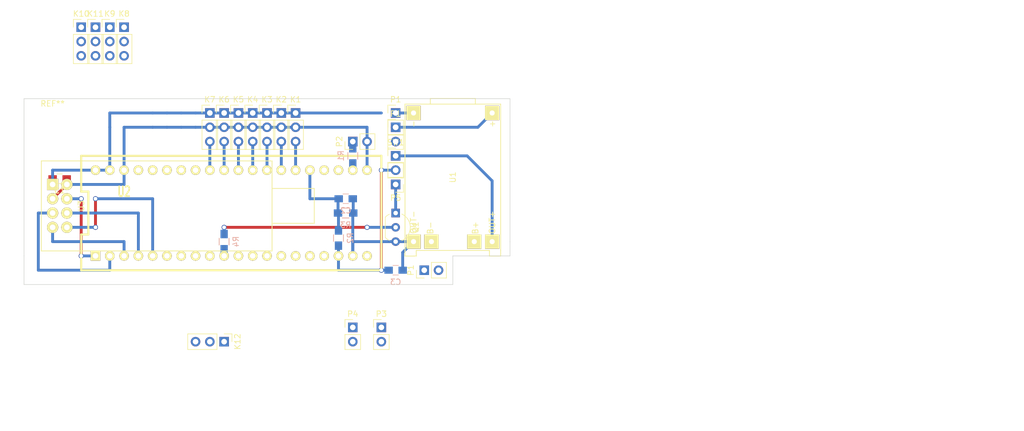
<source format=kicad_pcb>
(kicad_pcb (version 4) (host pcbnew 4.0.6-e0-6349~53~ubuntu16.04.1)

  (general
    (links 78)
    (no_connects 29)
    (area 206.441257 89.742856 387.919999 165.235)
    (thickness 1.6)
    (drawings 51)
    (tracks 102)
    (zones 0)
    (modules 32)
    (nets 46)
  )

  (page A3)
  (layers
    (0 F.Cu signal)
    (31 B.Cu signal)
    (32 B.Adhes user hide)
    (33 F.Adhes user)
    (34 B.Paste user hide)
    (35 F.Paste user hide)
    (36 B.SilkS user)
    (37 F.SilkS user)
    (38 B.Mask user hide)
    (39 F.Mask user hide)
    (40 Dwgs.User user hide)
    (41 Cmts.User user)
    (42 Eco1.User user hide)
    (43 Eco2.User user)
    (44 Edge.Cuts user)
  )

  (setup
    (last_trace_width 0.254)
    (user_trace_width 0.508)
    (trace_clearance 0.1016)
    (zone_clearance 0.508)
    (zone_45_only no)
    (trace_min 0.254)
    (segment_width 0.2)
    (edge_width 0.1)
    (via_size 0.889)
    (via_drill 0.635)
    (via_min_size 0.889)
    (via_min_drill 0.508)
    (uvia_size 0.508)
    (uvia_drill 0.127)
    (uvias_allowed no)
    (uvia_min_size 0.508)
    (uvia_min_drill 0.127)
    (pcb_text_width 0.3)
    (pcb_text_size 1.5 1.5)
    (mod_edge_width 0.15)
    (mod_text_size 1 1)
    (mod_text_width 0.15)
    (pad_size 1.5 1.5)
    (pad_drill 0.6)
    (pad_to_mask_clearance 0)
    (aux_axis_origin 210.82 139.7)
    (grid_origin 210.82 139.7)
    (visible_elements 7FFCCF1F)
    (pcbplotparams
      (layerselection 0x00030_80000001)
      (usegerberextensions true)
      (excludeedgelayer true)
      (linewidth 0.150000)
      (plotframeref false)
      (viasonmask false)
      (mode 1)
      (useauxorigin false)
      (hpglpennumber 1)
      (hpglpenspeed 20)
      (hpglpendiameter 15)
      (hpglpenoverlay 2)
      (psnegative false)
      (psa4output false)
      (plotreference true)
      (plotvalue true)
      (plotinvisibletext false)
      (padsonsilk false)
      (subtractmaskfromsilk false)
      (outputformat 1)
      (mirror false)
      (drillshape 1)
      (scaleselection 1)
      (outputdirectory ""))
  )

  (net 0 "")
  (net 1 /ADC0)
  (net 2 /BUZZER)
  (net 3 /CSN)
  (net 4 /IRQ)
  (net 5 /LED)
  (net 6 /MISO)
  (net 7 /MOSI)
  (net 8 /RX)
  (net 9 /SCK)
  (net 10 /TX)
  (net 11 GND)
  (net 12 VCC)
  (net 13 VDD)
  (net 14 /PA1/ADC1)
  (net 15 /PA2/ADC2)
  (net 16 /PA3/ADC3)
  (net 17 /PA4/ADC4)
  (net 18 /PA5/ADC5)
  (net 19 /PA6/ADC6)
  (net 20 /PA7/ADC7)
  (net 21 /PB0/ADC8)
  (net 22 /PB1/ADC9)
  (net 23 /PB11)
  (net 24 /PB10)
  (net 25 "Net-(P1-Pad1)")
  (net 26 "Net-(P1-Pad2)")
  (net 27 "Net-(P2-Pad1)")
  (net 28 "Net-(P5-Pad1)")
  (net 29 "Net-(Q1-Pad2)")
  (net 30 "Net-(SW1-Pad1)")
  (net 31 "Net-(BT1-Pad1)")
  (net 32 "Net-(BT1-Pad2)")
  (net 33 "Net-(U2-Pad8)")
  (net 34 "Net-(U2-Pad9)")
  (net 35 /PB3)
  (net 36 /PB4)
  (net 37 /PB5)
  (net 38 /PB6)
  (net 39 /PB7)
  (net 40 /PB8)
  (net 41 /PB9)
  (net 42 "Net-(U2-Pad20)")
  (net 43 "Net-(U2-Pad23)")
  (net 44 "Net-(U2-Pad24)")
  (net 45 "Net-(U2-Pad37)")

  (net_class Default "This is the default net class."
    (clearance 0.1016)
    (trace_width 0.254)
    (via_dia 0.889)
    (via_drill 0.635)
    (uvia_dia 0.508)
    (uvia_drill 0.127)
    (add_net /ADC0)
    (add_net /BUZZER)
    (add_net /CSN)
    (add_net /IRQ)
    (add_net /LED)
    (add_net /MISO)
    (add_net /MOSI)
    (add_net /PA1/ADC1)
    (add_net /PA2/ADC2)
    (add_net /PA3/ADC3)
    (add_net /PA4/ADC4)
    (add_net /PA5/ADC5)
    (add_net /PA6/ADC6)
    (add_net /PA7/ADC7)
    (add_net /PB0/ADC8)
    (add_net /PB1/ADC9)
    (add_net /PB10)
    (add_net /PB11)
    (add_net /PB3)
    (add_net /PB4)
    (add_net /PB5)
    (add_net /PB6)
    (add_net /PB7)
    (add_net /PB8)
    (add_net /PB9)
    (add_net /RX)
    (add_net /SCK)
    (add_net /TX)
    (add_net GND)
    (add_net "Net-(BT1-Pad1)")
    (add_net "Net-(BT1-Pad2)")
    (add_net "Net-(P1-Pad1)")
    (add_net "Net-(P1-Pad2)")
    (add_net "Net-(P2-Pad1)")
    (add_net "Net-(P5-Pad1)")
    (add_net "Net-(Q1-Pad2)")
    (add_net "Net-(SW1-Pad1)")
    (add_net "Net-(U2-Pad20)")
    (add_net "Net-(U2-Pad23)")
    (add_net "Net-(U2-Pad24)")
    (add_net "Net-(U2-Pad37)")
    (add_net "Net-(U2-Pad8)")
    (add_net "Net-(U2-Pad9)")
    (add_net VCC)
    (add_net VDD)
  )

  (module Pin_Headers:Pin_Header_Straight_1x02_Pitch2.54mm (layer F.Cu) (tedit 5862ED52) (tstamp 58CE49F3)
    (at 276.86 111.76)
    (descr "Through hole straight pin header, 1x02, 2.54mm pitch, single row")
    (tags "Through hole pin header THT 1x02 2.54mm single row")
    (path /57205598)
    (fp_text reference P1 (at 0 -2.39) (layer F.SilkS)
      (effects (font (size 1 1) (thickness 0.15)))
    )
    (fp_text value Charge (at 0 4.93) (layer F.Fab)
      (effects (font (size 1 1) (thickness 0.15)))
    )
    (fp_line (start -1.27 -1.27) (end -1.27 3.81) (layer F.Fab) (width 0.1))
    (fp_line (start -1.27 3.81) (end 1.27 3.81) (layer F.Fab) (width 0.1))
    (fp_line (start 1.27 3.81) (end 1.27 -1.27) (layer F.Fab) (width 0.1))
    (fp_line (start 1.27 -1.27) (end -1.27 -1.27) (layer F.Fab) (width 0.1))
    (fp_line (start -1.39 1.27) (end -1.39 3.93) (layer F.SilkS) (width 0.12))
    (fp_line (start -1.39 3.93) (end 1.39 3.93) (layer F.SilkS) (width 0.12))
    (fp_line (start 1.39 3.93) (end 1.39 1.27) (layer F.SilkS) (width 0.12))
    (fp_line (start 1.39 1.27) (end -1.39 1.27) (layer F.SilkS) (width 0.12))
    (fp_line (start -1.39 0) (end -1.39 -1.39) (layer F.SilkS) (width 0.12))
    (fp_line (start -1.39 -1.39) (end 0 -1.39) (layer F.SilkS) (width 0.12))
    (fp_line (start -1.6 -1.6) (end -1.6 4.1) (layer F.CrtYd) (width 0.05))
    (fp_line (start -1.6 4.1) (end 1.6 4.1) (layer F.CrtYd) (width 0.05))
    (fp_line (start 1.6 4.1) (end 1.6 -1.6) (layer F.CrtYd) (width 0.05))
    (fp_line (start 1.6 -1.6) (end -1.6 -1.6) (layer F.CrtYd) (width 0.05))
    (pad 1 thru_hole rect (at 0 0) (size 1.7 1.7) (drill 1) (layers *.Cu *.Mask)
      (net 25 "Net-(P1-Pad1)"))
    (pad 2 thru_hole oval (at 0 2.54) (size 1.7 1.7) (drill 1) (layers *.Cu *.Mask)
      (net 26 "Net-(P1-Pad2)"))
    (model Pin_Headers.3dshapes/Pin_Header_Straight_1x02_Pitch2.54mm.wrl
      (at (xyz 0 -0.05 0))
      (scale (xyz 1 1 1))
      (rotate (xyz 0 0 90))
    )
  )

  (module Pin_Headers:Pin_Header_Straight_1x02_Pitch2.54mm (layer F.Cu) (tedit 5862ED52) (tstamp 58CE3F51)
    (at 281.94 137.16 90)
    (descr "Through hole straight pin header, 1x02, 2.54mm pitch, single row")
    (tags "Through hole pin header THT 1x02 2.54mm single row")
    (path /57205598)
    (fp_text reference P1 (at 0 -2.39 90) (layer F.SilkS)
      (effects (font (size 1 1) (thickness 0.15)))
    )
    (fp_text value Charge (at 0 4.93 90) (layer F.Fab)
      (effects (font (size 1 1) (thickness 0.15)))
    )
    (fp_line (start -1.27 -1.27) (end -1.27 3.81) (layer F.Fab) (width 0.1))
    (fp_line (start -1.27 3.81) (end 1.27 3.81) (layer F.Fab) (width 0.1))
    (fp_line (start 1.27 3.81) (end 1.27 -1.27) (layer F.Fab) (width 0.1))
    (fp_line (start 1.27 -1.27) (end -1.27 -1.27) (layer F.Fab) (width 0.1))
    (fp_line (start -1.39 1.27) (end -1.39 3.93) (layer F.SilkS) (width 0.12))
    (fp_line (start -1.39 3.93) (end 1.39 3.93) (layer F.SilkS) (width 0.12))
    (fp_line (start 1.39 3.93) (end 1.39 1.27) (layer F.SilkS) (width 0.12))
    (fp_line (start 1.39 1.27) (end -1.39 1.27) (layer F.SilkS) (width 0.12))
    (fp_line (start -1.39 0) (end -1.39 -1.39) (layer F.SilkS) (width 0.12))
    (fp_line (start -1.39 -1.39) (end 0 -1.39) (layer F.SilkS) (width 0.12))
    (fp_line (start -1.6 -1.6) (end -1.6 4.1) (layer F.CrtYd) (width 0.05))
    (fp_line (start -1.6 4.1) (end 1.6 4.1) (layer F.CrtYd) (width 0.05))
    (fp_line (start 1.6 4.1) (end 1.6 -1.6) (layer F.CrtYd) (width 0.05))
    (fp_line (start 1.6 -1.6) (end -1.6 -1.6) (layer F.CrtYd) (width 0.05))
    (pad 1 thru_hole rect (at 0 0 90) (size 1.7 1.7) (drill 1) (layers *.Cu *.Mask)
      (net 25 "Net-(P1-Pad1)"))
    (pad 2 thru_hole oval (at 0 2.54 90) (size 1.7 1.7) (drill 1) (layers *.Cu *.Mask)
      (net 26 "Net-(P1-Pad2)"))
    (model Pin_Headers.3dshapes/Pin_Header_Straight_1x02_Pitch2.54mm.wrl
      (at (xyz 0 -0.05 0))
      (scale (xyz 1 1 1))
      (rotate (xyz 0 0 90))
    )
  )

  (module WLA:NRF24L01P-PA-LNA (layer F.Cu) (tedit 57200DD6) (tstamp 572043C4)
    (at 215.9 125.73 270)
    (path /57202BD1)
    (fp_text reference U3 (at 0 -5.08 270) (layer F.SilkS)
      (effects (font (size 1 1) (thickness 0.15)))
    )
    (fp_text value NRF24L01P (at 0 -12.7 270) (layer F.SilkS) hide
      (effects (font (size 1 1) (thickness 0.15)))
    )
    (fp_line (start -3.1 -39.1) (end -3.1 -46.5) (layer F.SilkS) (width 0.15))
    (fp_line (start -3.1 -46.5) (end 3.1 -46.5) (layer F.SilkS) (width 0.15))
    (fp_line (start 3.1 -46.5) (end 3.1 -39) (layer F.SilkS) (width 0.15))
    (fp_line (start -8 2) (end 8 2) (layer F.SilkS) (width 0.15))
    (fp_line (start 8 2) (end 8 -39) (layer F.SilkS) (width 0.15))
    (fp_line (start 8 -39) (end -8 -39) (layer F.SilkS) (width 0.15))
    (fp_line (start -8 -39) (end -8 2) (layer F.SilkS) (width 0.15))
    (pad 1 thru_hole rect (at -3.81 0 270) (size 2 2) (drill 1) (layers *.Cu *.Mask F.SilkS)
      (net 11 GND))
    (pad 2 thru_hole circle (at -3.81 -2.54 270) (size 2 2) (drill 1) (layers *.Cu *.Mask F.SilkS)
      (net 12 VCC))
    (pad 3 thru_hole circle (at -1.27 0 270) (size 2 2) (drill 1) (layers *.Cu *.Mask F.SilkS)
      (net 12 VCC))
    (pad 4 thru_hole circle (at -1.27 -2.54 270) (size 2 2) (drill 1) (layers *.Cu *.Mask F.SilkS)
      (net 3 /CSN))
    (pad 5 thru_hole circle (at 1.27 0 270) (size 2 2) (drill 1) (layers *.Cu *.Mask F.SilkS)
      (net 9 /SCK))
    (pad 6 thru_hole circle (at 1.27 -2.54 270) (size 2 2) (drill 1) (layers *.Cu *.Mask F.SilkS)
      (net 7 /MOSI))
    (pad 7 thru_hole circle (at 3.81 0 270) (size 2 2) (drill 1) (layers *.Cu *.Mask F.SilkS)
      (net 6 /MISO))
    (pad 8 thru_hole circle (at 3.81 -2.54 270) (size 2 2) (drill 1) (layers *.Cu *.Mask F.SilkS)
      (net 4 /IRQ))
    (model /home/laneboysrc/projects/kicad-libraries/WLA.pretty/NRF24L01P-PA-LNA.x3d
      (at (xyz 0 0 0))
      (scale (xyz 1 1 1))
      (rotate (xyz 0 0 0))
    )
  )

  (module WLA:STM32F103C8T6 (layer F.Cu) (tedit 58998C2B) (tstamp 57204414)
    (at 247.65 127)
    (descr "STM32F103C8T6 development board as found on eBay, Aliexpress")
    (tags STM32)
    (path /57202BC2)
    (fp_text reference U2 (at -19.05 -3.81) (layer F.SilkS)
      (effects (font (size 1.778 1.143) (thickness 0.3048)))
    )
    (fp_text value STM32F103C8T6_DEV_BOARD (at 1.27 0) (layer F.SilkS) hide
      (effects (font (size 1.778 1.778) (thickness 0.3048)))
    )
    (fp_line (start 26.67 -10.16) (end 26.67 10.16) (layer F.SilkS) (width 0.381))
    (fp_line (start -26.67 3.81) (end -26.67 10.16) (layer F.SilkS) (width 0.381))
    (fp_line (start -25.4 -3.81) (end -25.4 3.81) (layer F.SilkS) (width 0.381))
    (fp_line (start -26.67 -10.16) (end -26.67 -3.81) (layer F.SilkS) (width 0.381))
    (fp_line (start -26.67 -3.81) (end -25.4 -3.81) (layer F.SilkS) (width 0.381))
    (fp_line (start -25.4 3.81) (end -26.67 3.81) (layer F.SilkS) (width 0.381))
    (fp_line (start -26.67 -10.16) (end 26.67 -10.16) (layer F.SilkS) (width 0.381))
    (fp_line (start 26.67 10.16) (end -26.67 10.16) (layer F.SilkS) (width 0.381))
    (pad 1 thru_hole rect (at -24.13 7.62) (size 1.7 1.7) (drill 1) (layers *.Cu *.Mask F.SilkS)
      (net 3 /CSN))
    (pad 2 thru_hole circle (at -21.59 7.62) (size 1.7 1.7) (drill 1) (layers *.Cu *.Mask F.SilkS)
      (net 9 /SCK))
    (pad 3 thru_hole circle (at -19.05 7.62) (size 1.7 1.7) (drill 1) (layers *.Cu *.Mask F.SilkS)
      (net 6 /MISO))
    (pad 4 thru_hole circle (at -16.51 7.62) (size 1.7 1.7) (drill 1) (layers *.Cu *.Mask F.SilkS)
      (net 7 /MOSI))
    (pad 5 thru_hole circle (at -13.97 7.62) (size 1.7 1.7) (drill 1) (layers *.Cu *.Mask F.SilkS)
      (net 4 /IRQ))
    (pad 6 thru_hole circle (at -11.43 7.62) (size 1.7 1.7) (drill 1) (layers *.Cu *.Mask F.SilkS)
      (net 10 /TX))
    (pad 7 thru_hole circle (at -8.89 7.62) (size 1.7 1.7) (drill 1) (layers *.Cu *.Mask F.SilkS)
      (net 8 /RX))
    (pad 8 thru_hole circle (at -6.35 7.62) (size 1.7 1.7) (drill 1) (layers *.Cu *.Mask F.SilkS)
      (net 33 "Net-(U2-Pad8)"))
    (pad 9 thru_hole circle (at -3.81 7.62) (size 1.7 1.7) (drill 1) (layers *.Cu *.Mask F.SilkS)
      (net 34 "Net-(U2-Pad9)"))
    (pad 10 thru_hole circle (at -1.27 7.62) (size 1.7 1.7) (drill 1) (layers *.Cu *.Mask F.SilkS)
      (net 2 /BUZZER))
    (pad 11 thru_hole circle (at 1.27 7.62) (size 1.7 1.7) (drill 1) (layers *.Cu *.Mask F.SilkS)
      (net 35 /PB3))
    (pad 12 thru_hole circle (at 3.81 7.62) (size 1.7 1.7) (drill 1) (layers *.Cu *.Mask F.SilkS)
      (net 36 /PB4))
    (pad 13 thru_hole circle (at 6.35 7.62) (size 1.7 1.7) (drill 1) (layers *.Cu *.Mask F.SilkS)
      (net 37 /PB5))
    (pad 14 thru_hole circle (at 8.89 7.62) (size 1.7 1.7) (drill 1) (layers *.Cu *.Mask F.SilkS)
      (net 38 /PB6))
    (pad 15 thru_hole circle (at 11.43 7.62) (size 1.7 1.7) (drill 1) (layers *.Cu *.Mask F.SilkS)
      (net 39 /PB7))
    (pad 16 thru_hole circle (at 13.97 7.62) (size 1.7 1.7) (drill 1) (layers *.Cu *.Mask F.SilkS)
      (net 40 /PB8))
    (pad 17 thru_hole circle (at 16.51 7.62) (size 1.7 1.7) (drill 1) (layers *.Cu *.Mask F.SilkS)
      (net 41 /PB9))
    (pad 18 thru_hole circle (at 19.05 7.62) (size 1.7 1.7) (drill 1) (layers *.Cu *.Mask F.SilkS)
      (net 13 VDD))
    (pad 19 thru_hole circle (at 21.59 7.62) (size 1.7 1.7) (drill 1) (layers *.Cu *.Mask F.SilkS)
      (net 11 GND))
    (pad 20 thru_hole circle (at 24.13 7.62) (size 1.7 1.7) (drill 1) (layers *.Cu *.Mask F.SilkS)
      (net 42 "Net-(U2-Pad20)"))
    (pad 21 thru_hole circle (at 24.13 -7.62) (size 1.7 1.7) (drill 1) (layers *.Cu *.Mask F.SilkS)
      (net 12 VCC))
    (pad 22 thru_hole circle (at 21.59 -7.62) (size 1.7 1.7) (drill 1) (layers *.Cu *.Mask F.SilkS)
      (net 5 /LED))
    (pad 23 thru_hole circle (at 19.05 -7.62) (size 1.7 1.7) (drill 1) (layers *.Cu *.Mask F.SilkS)
      (net 43 "Net-(U2-Pad23)"))
    (pad 24 thru_hole circle (at 16.51 -7.62) (size 1.7 1.7) (drill 1) (layers *.Cu *.Mask F.SilkS)
      (net 44 "Net-(U2-Pad24)"))
    (pad 25 thru_hole circle (at 13.97 -7.62) (size 1.7 1.7) (drill 1) (layers *.Cu *.Mask F.SilkS)
      (net 1 /ADC0))
    (pad 26 thru_hole circle (at 11.43 -7.62) (size 1.7 1.7) (drill 1) (layers *.Cu *.Mask F.SilkS)
      (net 14 /PA1/ADC1))
    (pad 27 thru_hole circle (at 8.89 -7.62) (size 1.7 1.7) (drill 1) (layers *.Cu *.Mask F.SilkS)
      (net 15 /PA2/ADC2))
    (pad 28 thru_hole circle (at 6.35 -7.62) (size 1.7 1.7) (drill 1) (layers *.Cu *.Mask F.SilkS)
      (net 16 /PA3/ADC3))
    (pad 29 thru_hole circle (at 3.81 -7.62) (size 1.7 1.7) (drill 1) (layers *.Cu *.Mask F.SilkS)
      (net 17 /PA4/ADC4))
    (pad 30 thru_hole circle (at 1.27 -7.62) (size 1.7 1.7) (drill 1) (layers *.Cu *.Mask F.SilkS)
      (net 18 /PA5/ADC5))
    (pad 31 thru_hole circle (at -1.27 -7.62) (size 1.7 1.7) (drill 1) (layers *.Cu *.Mask F.SilkS)
      (net 19 /PA6/ADC6))
    (pad 32 thru_hole circle (at -3.81 -7.62) (size 1.7 1.7) (drill 1) (layers *.Cu *.Mask F.SilkS)
      (net 20 /PA7/ADC7))
    (pad 33 thru_hole circle (at -6.35 -7.62) (size 1.7 1.7) (drill 1) (layers *.Cu *.Mask F.SilkS)
      (net 21 /PB0/ADC8))
    (pad 34 thru_hole circle (at -8.89 -7.62) (size 1.7 1.7) (drill 1) (layers *.Cu *.Mask F.SilkS)
      (net 22 /PB1/ADC9))
    (pad 35 thru_hole circle (at -11.43 -7.62) (size 1.7 1.7) (drill 1) (layers *.Cu *.Mask F.SilkS)
      (net 24 /PB10))
    (pad 36 thru_hole circle (at -13.97 -7.62) (size 1.7 1.7) (drill 1) (layers *.Cu *.Mask F.SilkS)
      (net 23 /PB11))
    (pad 37 thru_hole circle (at -16.51 -7.62) (size 1.7 1.7) (drill 1) (layers *.Cu *.Mask F.SilkS)
      (net 45 "Net-(U2-Pad37)"))
    (pad 38 thru_hole circle (at -19.05 -7.62) (size 1.7 1.7) (drill 1) (layers *.Cu *.Mask F.SilkS)
      (net 12 VCC))
    (pad 39 thru_hole circle (at -21.59 -7.62) (size 1.7 1.7) (drill 1) (layers *.Cu *.Mask F.SilkS)
      (net 11 GND))
    (pad 40 thru_hole circle (at -24.13 -7.62) (size 1.7 1.7) (drill 1) (layers *.Cu *.Mask F.SilkS)
      (net 11 GND))
    (model /home/laneboysrc/projects/kicad-libraries/WLA.pretty/STM32F103C8T6.x3d
      (at (xyz 0 0 0))
      (scale (xyz 1 1 1))
      (rotate (xyz 0 0 0))
    )
  )

  (module Pin_Headers:Pin_Header_Straight_1x03_Pitch2.54mm (layer F.Cu) (tedit 5862ED52) (tstamp 572042FB)
    (at 256.54 109.22)
    (descr "Through hole straight pin header, 1x03, 2.54mm pitch, single row")
    (tags "Through hole pin header THT 1x03 2.54mm single row")
    (path /57203BF4)
    (fp_text reference K2 (at 0 -2.39) (layer F.SilkS)
      (effects (font (size 1 1) (thickness 0.15)))
    )
    (fp_text value CONN_3 (at 0 7.47) (layer F.Fab)
      (effects (font (size 1 1) (thickness 0.15)))
    )
    (fp_line (start -1.27 -1.27) (end -1.27 6.35) (layer F.Fab) (width 0.1))
    (fp_line (start -1.27 6.35) (end 1.27 6.35) (layer F.Fab) (width 0.1))
    (fp_line (start 1.27 6.35) (end 1.27 -1.27) (layer F.Fab) (width 0.1))
    (fp_line (start 1.27 -1.27) (end -1.27 -1.27) (layer F.Fab) (width 0.1))
    (fp_line (start -1.39 1.27) (end -1.39 6.47) (layer F.SilkS) (width 0.12))
    (fp_line (start -1.39 6.47) (end 1.39 6.47) (layer F.SilkS) (width 0.12))
    (fp_line (start 1.39 6.47) (end 1.39 1.27) (layer F.SilkS) (width 0.12))
    (fp_line (start 1.39 1.27) (end -1.39 1.27) (layer F.SilkS) (width 0.12))
    (fp_line (start -1.39 0) (end -1.39 -1.39) (layer F.SilkS) (width 0.12))
    (fp_line (start -1.39 -1.39) (end 0 -1.39) (layer F.SilkS) (width 0.12))
    (fp_line (start -1.6 -1.6) (end -1.6 6.6) (layer F.CrtYd) (width 0.05))
    (fp_line (start -1.6 6.6) (end 1.6 6.6) (layer F.CrtYd) (width 0.05))
    (fp_line (start 1.6 6.6) (end 1.6 -1.6) (layer F.CrtYd) (width 0.05))
    (fp_line (start 1.6 -1.6) (end -1.6 -1.6) (layer F.CrtYd) (width 0.05))
    (pad 1 thru_hole rect (at 0 0) (size 1.7 1.7) (drill 1) (layers *.Cu *.Mask)
      (net 11 GND))
    (pad 2 thru_hole oval (at 0 2.54) (size 1.7 1.7) (drill 1) (layers *.Cu *.Mask)
      (net 12 VCC))
    (pad 3 thru_hole oval (at 0 5.08) (size 1.7 1.7) (drill 1) (layers *.Cu *.Mask)
      (net 15 /PA2/ADC2))
    (model Pin_Headers.3dshapes/Pin_Header_Straight_1x03_Pitch2.54mm.wrl
      (at (xyz 0 -0.1 0))
      (scale (xyz 1 1 1))
      (rotate (xyz 0 0 90))
    )
  )

  (module Pin_Headers:Pin_Header_Straight_1x03_Pitch2.54mm (layer F.Cu) (tedit 5862ED52) (tstamp 57204313)
    (at 223.52 93.98)
    (descr "Through hole straight pin header, 1x03, 2.54mm pitch, single row")
    (tags "Through hole pin header THT 1x03 2.54mm single row")
    (path /57203EA3)
    (fp_text reference K11 (at 0 -2.39) (layer F.SilkS)
      (effects (font (size 1 1) (thickness 0.15)))
    )
    (fp_text value CONN_3 (at 0 7.47) (layer F.Fab)
      (effects (font (size 1 1) (thickness 0.15)))
    )
    (fp_line (start -1.27 -1.27) (end -1.27 6.35) (layer F.Fab) (width 0.1))
    (fp_line (start -1.27 6.35) (end 1.27 6.35) (layer F.Fab) (width 0.1))
    (fp_line (start 1.27 6.35) (end 1.27 -1.27) (layer F.Fab) (width 0.1))
    (fp_line (start 1.27 -1.27) (end -1.27 -1.27) (layer F.Fab) (width 0.1))
    (fp_line (start -1.39 1.27) (end -1.39 6.47) (layer F.SilkS) (width 0.12))
    (fp_line (start -1.39 6.47) (end 1.39 6.47) (layer F.SilkS) (width 0.12))
    (fp_line (start 1.39 6.47) (end 1.39 1.27) (layer F.SilkS) (width 0.12))
    (fp_line (start 1.39 1.27) (end -1.39 1.27) (layer F.SilkS) (width 0.12))
    (fp_line (start -1.39 0) (end -1.39 -1.39) (layer F.SilkS) (width 0.12))
    (fp_line (start -1.39 -1.39) (end 0 -1.39) (layer F.SilkS) (width 0.12))
    (fp_line (start -1.6 -1.6) (end -1.6 6.6) (layer F.CrtYd) (width 0.05))
    (fp_line (start -1.6 6.6) (end 1.6 6.6) (layer F.CrtYd) (width 0.05))
    (fp_line (start 1.6 6.6) (end 1.6 -1.6) (layer F.CrtYd) (width 0.05))
    (fp_line (start 1.6 -1.6) (end -1.6 -1.6) (layer F.CrtYd) (width 0.05))
    (pad 1 thru_hole rect (at 0 0) (size 1.7 1.7) (drill 1) (layers *.Cu *.Mask)
      (net 11 GND))
    (pad 2 thru_hole oval (at 0 2.54) (size 1.7 1.7) (drill 1) (layers *.Cu *.Mask)
      (net 12 VCC))
    (pad 3 thru_hole oval (at 0 5.08) (size 1.7 1.7) (drill 1) (layers *.Cu *.Mask)
      (net 24 /PB10))
    (model Pin_Headers.3dshapes/Pin_Header_Straight_1x03_Pitch2.54mm.wrl
      (at (xyz 0 -0.1 0))
      (scale (xyz 1 1 1))
      (rotate (xyz 0 0 90))
    )
  )

  (module Pin_Headers:Pin_Header_Straight_1x03_Pitch2.54mm (layer F.Cu) (tedit 5862ED52) (tstamp 5720431F)
    (at 220.98 93.98)
    (descr "Through hole straight pin header, 1x03, 2.54mm pitch, single row")
    (tags "Through hole pin header THT 1x03 2.54mm single row")
    (path /57203E9D)
    (fp_text reference K10 (at 0 -2.39) (layer F.SilkS)
      (effects (font (size 1 1) (thickness 0.15)))
    )
    (fp_text value CONN_3 (at 0 7.47) (layer F.Fab)
      (effects (font (size 1 1) (thickness 0.15)))
    )
    (fp_line (start -1.27 -1.27) (end -1.27 6.35) (layer F.Fab) (width 0.1))
    (fp_line (start -1.27 6.35) (end 1.27 6.35) (layer F.Fab) (width 0.1))
    (fp_line (start 1.27 6.35) (end 1.27 -1.27) (layer F.Fab) (width 0.1))
    (fp_line (start 1.27 -1.27) (end -1.27 -1.27) (layer F.Fab) (width 0.1))
    (fp_line (start -1.39 1.27) (end -1.39 6.47) (layer F.SilkS) (width 0.12))
    (fp_line (start -1.39 6.47) (end 1.39 6.47) (layer F.SilkS) (width 0.12))
    (fp_line (start 1.39 6.47) (end 1.39 1.27) (layer F.SilkS) (width 0.12))
    (fp_line (start 1.39 1.27) (end -1.39 1.27) (layer F.SilkS) (width 0.12))
    (fp_line (start -1.39 0) (end -1.39 -1.39) (layer F.SilkS) (width 0.12))
    (fp_line (start -1.39 -1.39) (end 0 -1.39) (layer F.SilkS) (width 0.12))
    (fp_line (start -1.6 -1.6) (end -1.6 6.6) (layer F.CrtYd) (width 0.05))
    (fp_line (start -1.6 6.6) (end 1.6 6.6) (layer F.CrtYd) (width 0.05))
    (fp_line (start 1.6 6.6) (end 1.6 -1.6) (layer F.CrtYd) (width 0.05))
    (fp_line (start 1.6 -1.6) (end -1.6 -1.6) (layer F.CrtYd) (width 0.05))
    (pad 1 thru_hole rect (at 0 0) (size 1.7 1.7) (drill 1) (layers *.Cu *.Mask)
      (net 11 GND))
    (pad 2 thru_hole oval (at 0 2.54) (size 1.7 1.7) (drill 1) (layers *.Cu *.Mask)
      (net 12 VCC))
    (pad 3 thru_hole oval (at 0 5.08) (size 1.7 1.7) (drill 1) (layers *.Cu *.Mask)
      (net 23 /PB11))
    (model Pin_Headers.3dshapes/Pin_Header_Straight_1x03_Pitch2.54mm.wrl
      (at (xyz 0 -0.1 0))
      (scale (xyz 1 1 1))
      (rotate (xyz 0 0 90))
    )
  )

  (module Pin_Headers:Pin_Header_Straight_1x03_Pitch2.54mm (layer F.Cu) (tedit 5862ED52) (tstamp 5720432B)
    (at 226.06 93.98)
    (descr "Through hole straight pin header, 1x03, 2.54mm pitch, single row")
    (tags "Through hole pin header THT 1x03 2.54mm single row")
    (path /57203C46)
    (fp_text reference K9 (at 0 -2.39) (layer F.SilkS)
      (effects (font (size 1 1) (thickness 0.15)))
    )
    (fp_text value CONN_3 (at 0 7.47) (layer F.Fab)
      (effects (font (size 1 1) (thickness 0.15)))
    )
    (fp_line (start -1.27 -1.27) (end -1.27 6.35) (layer F.Fab) (width 0.1))
    (fp_line (start -1.27 6.35) (end 1.27 6.35) (layer F.Fab) (width 0.1))
    (fp_line (start 1.27 6.35) (end 1.27 -1.27) (layer F.Fab) (width 0.1))
    (fp_line (start 1.27 -1.27) (end -1.27 -1.27) (layer F.Fab) (width 0.1))
    (fp_line (start -1.39 1.27) (end -1.39 6.47) (layer F.SilkS) (width 0.12))
    (fp_line (start -1.39 6.47) (end 1.39 6.47) (layer F.SilkS) (width 0.12))
    (fp_line (start 1.39 6.47) (end 1.39 1.27) (layer F.SilkS) (width 0.12))
    (fp_line (start 1.39 1.27) (end -1.39 1.27) (layer F.SilkS) (width 0.12))
    (fp_line (start -1.39 0) (end -1.39 -1.39) (layer F.SilkS) (width 0.12))
    (fp_line (start -1.39 -1.39) (end 0 -1.39) (layer F.SilkS) (width 0.12))
    (fp_line (start -1.6 -1.6) (end -1.6 6.6) (layer F.CrtYd) (width 0.05))
    (fp_line (start -1.6 6.6) (end 1.6 6.6) (layer F.CrtYd) (width 0.05))
    (fp_line (start 1.6 6.6) (end 1.6 -1.6) (layer F.CrtYd) (width 0.05))
    (fp_line (start 1.6 -1.6) (end -1.6 -1.6) (layer F.CrtYd) (width 0.05))
    (pad 1 thru_hole rect (at 0 0) (size 1.7 1.7) (drill 1) (layers *.Cu *.Mask)
      (net 11 GND))
    (pad 2 thru_hole oval (at 0 2.54) (size 1.7 1.7) (drill 1) (layers *.Cu *.Mask)
      (net 12 VCC))
    (pad 3 thru_hole oval (at 0 5.08) (size 1.7 1.7) (drill 1) (layers *.Cu *.Mask)
      (net 22 /PB1/ADC9))
    (model Pin_Headers.3dshapes/Pin_Header_Straight_1x03_Pitch2.54mm.wrl
      (at (xyz 0 -0.1 0))
      (scale (xyz 1 1 1))
      (rotate (xyz 0 0 90))
    )
  )

  (module Pin_Headers:Pin_Header_Straight_1x03_Pitch2.54mm (layer F.Cu) (tedit 5862ED52) (tstamp 57204337)
    (at 228.6 93.98)
    (descr "Through hole straight pin header, 1x03, 2.54mm pitch, single row")
    (tags "Through hole pin header THT 1x03 2.54mm single row")
    (path /57203C40)
    (fp_text reference K8 (at 0 -2.39) (layer F.SilkS)
      (effects (font (size 1 1) (thickness 0.15)))
    )
    (fp_text value CONN_3 (at 0 7.47) (layer F.Fab)
      (effects (font (size 1 1) (thickness 0.15)))
    )
    (fp_line (start -1.27 -1.27) (end -1.27 6.35) (layer F.Fab) (width 0.1))
    (fp_line (start -1.27 6.35) (end 1.27 6.35) (layer F.Fab) (width 0.1))
    (fp_line (start 1.27 6.35) (end 1.27 -1.27) (layer F.Fab) (width 0.1))
    (fp_line (start 1.27 -1.27) (end -1.27 -1.27) (layer F.Fab) (width 0.1))
    (fp_line (start -1.39 1.27) (end -1.39 6.47) (layer F.SilkS) (width 0.12))
    (fp_line (start -1.39 6.47) (end 1.39 6.47) (layer F.SilkS) (width 0.12))
    (fp_line (start 1.39 6.47) (end 1.39 1.27) (layer F.SilkS) (width 0.12))
    (fp_line (start 1.39 1.27) (end -1.39 1.27) (layer F.SilkS) (width 0.12))
    (fp_line (start -1.39 0) (end -1.39 -1.39) (layer F.SilkS) (width 0.12))
    (fp_line (start -1.39 -1.39) (end 0 -1.39) (layer F.SilkS) (width 0.12))
    (fp_line (start -1.6 -1.6) (end -1.6 6.6) (layer F.CrtYd) (width 0.05))
    (fp_line (start -1.6 6.6) (end 1.6 6.6) (layer F.CrtYd) (width 0.05))
    (fp_line (start 1.6 6.6) (end 1.6 -1.6) (layer F.CrtYd) (width 0.05))
    (fp_line (start 1.6 -1.6) (end -1.6 -1.6) (layer F.CrtYd) (width 0.05))
    (pad 1 thru_hole rect (at 0 0) (size 1.7 1.7) (drill 1) (layers *.Cu *.Mask)
      (net 11 GND))
    (pad 2 thru_hole oval (at 0 2.54) (size 1.7 1.7) (drill 1) (layers *.Cu *.Mask)
      (net 12 VCC))
    (pad 3 thru_hole oval (at 0 5.08) (size 1.7 1.7) (drill 1) (layers *.Cu *.Mask)
      (net 21 /PB0/ADC8))
    (model Pin_Headers.3dshapes/Pin_Header_Straight_1x03_Pitch2.54mm.wrl
      (at (xyz 0 -0.1 0))
      (scale (xyz 1 1 1))
      (rotate (xyz 0 0 90))
    )
  )

  (module Pin_Headers:Pin_Header_Straight_1x03_Pitch2.54mm (layer F.Cu) (tedit 5862ED52) (tstamp 57204343)
    (at 243.84 109.22)
    (descr "Through hole straight pin header, 1x03, 2.54mm pitch, single row")
    (tags "Through hole pin header THT 1x03 2.54mm single row")
    (path /57203C3A)
    (fp_text reference K7 (at 0 -2.39) (layer F.SilkS)
      (effects (font (size 1 1) (thickness 0.15)))
    )
    (fp_text value CONN_3 (at 0 7.47) (layer F.Fab)
      (effects (font (size 1 1) (thickness 0.15)))
    )
    (fp_line (start -1.27 -1.27) (end -1.27 6.35) (layer F.Fab) (width 0.1))
    (fp_line (start -1.27 6.35) (end 1.27 6.35) (layer F.Fab) (width 0.1))
    (fp_line (start 1.27 6.35) (end 1.27 -1.27) (layer F.Fab) (width 0.1))
    (fp_line (start 1.27 -1.27) (end -1.27 -1.27) (layer F.Fab) (width 0.1))
    (fp_line (start -1.39 1.27) (end -1.39 6.47) (layer F.SilkS) (width 0.12))
    (fp_line (start -1.39 6.47) (end 1.39 6.47) (layer F.SilkS) (width 0.12))
    (fp_line (start 1.39 6.47) (end 1.39 1.27) (layer F.SilkS) (width 0.12))
    (fp_line (start 1.39 1.27) (end -1.39 1.27) (layer F.SilkS) (width 0.12))
    (fp_line (start -1.39 0) (end -1.39 -1.39) (layer F.SilkS) (width 0.12))
    (fp_line (start -1.39 -1.39) (end 0 -1.39) (layer F.SilkS) (width 0.12))
    (fp_line (start -1.6 -1.6) (end -1.6 6.6) (layer F.CrtYd) (width 0.05))
    (fp_line (start -1.6 6.6) (end 1.6 6.6) (layer F.CrtYd) (width 0.05))
    (fp_line (start 1.6 6.6) (end 1.6 -1.6) (layer F.CrtYd) (width 0.05))
    (fp_line (start 1.6 -1.6) (end -1.6 -1.6) (layer F.CrtYd) (width 0.05))
    (pad 1 thru_hole rect (at 0 0) (size 1.7 1.7) (drill 1) (layers *.Cu *.Mask)
      (net 11 GND))
    (pad 2 thru_hole oval (at 0 2.54) (size 1.7 1.7) (drill 1) (layers *.Cu *.Mask)
      (net 12 VCC))
    (pad 3 thru_hole oval (at 0 5.08) (size 1.7 1.7) (drill 1) (layers *.Cu *.Mask)
      (net 20 /PA7/ADC7))
    (model Pin_Headers.3dshapes/Pin_Header_Straight_1x03_Pitch2.54mm.wrl
      (at (xyz 0 -0.1 0))
      (scale (xyz 1 1 1))
      (rotate (xyz 0 0 90))
    )
  )

  (module Pin_Headers:Pin_Header_Straight_1x03_Pitch2.54mm (layer F.Cu) (tedit 5862ED52) (tstamp 5720434F)
    (at 246.38 109.22)
    (descr "Through hole straight pin header, 1x03, 2.54mm pitch, single row")
    (tags "Through hole pin header THT 1x03 2.54mm single row")
    (path /57203C34)
    (fp_text reference K6 (at 0 -2.39) (layer F.SilkS)
      (effects (font (size 1 1) (thickness 0.15)))
    )
    (fp_text value CONN_3 (at 0 7.47) (layer F.Fab)
      (effects (font (size 1 1) (thickness 0.15)))
    )
    (fp_line (start -1.27 -1.27) (end -1.27 6.35) (layer F.Fab) (width 0.1))
    (fp_line (start -1.27 6.35) (end 1.27 6.35) (layer F.Fab) (width 0.1))
    (fp_line (start 1.27 6.35) (end 1.27 -1.27) (layer F.Fab) (width 0.1))
    (fp_line (start 1.27 -1.27) (end -1.27 -1.27) (layer F.Fab) (width 0.1))
    (fp_line (start -1.39 1.27) (end -1.39 6.47) (layer F.SilkS) (width 0.12))
    (fp_line (start -1.39 6.47) (end 1.39 6.47) (layer F.SilkS) (width 0.12))
    (fp_line (start 1.39 6.47) (end 1.39 1.27) (layer F.SilkS) (width 0.12))
    (fp_line (start 1.39 1.27) (end -1.39 1.27) (layer F.SilkS) (width 0.12))
    (fp_line (start -1.39 0) (end -1.39 -1.39) (layer F.SilkS) (width 0.12))
    (fp_line (start -1.39 -1.39) (end 0 -1.39) (layer F.SilkS) (width 0.12))
    (fp_line (start -1.6 -1.6) (end -1.6 6.6) (layer F.CrtYd) (width 0.05))
    (fp_line (start -1.6 6.6) (end 1.6 6.6) (layer F.CrtYd) (width 0.05))
    (fp_line (start 1.6 6.6) (end 1.6 -1.6) (layer F.CrtYd) (width 0.05))
    (fp_line (start 1.6 -1.6) (end -1.6 -1.6) (layer F.CrtYd) (width 0.05))
    (pad 1 thru_hole rect (at 0 0) (size 1.7 1.7) (drill 1) (layers *.Cu *.Mask)
      (net 11 GND))
    (pad 2 thru_hole oval (at 0 2.54) (size 1.7 1.7) (drill 1) (layers *.Cu *.Mask)
      (net 12 VCC))
    (pad 3 thru_hole oval (at 0 5.08) (size 1.7 1.7) (drill 1) (layers *.Cu *.Mask)
      (net 19 /PA6/ADC6))
    (model Pin_Headers.3dshapes/Pin_Header_Straight_1x03_Pitch2.54mm.wrl
      (at (xyz 0 -0.1 0))
      (scale (xyz 1 1 1))
      (rotate (xyz 0 0 90))
    )
  )

  (module Pin_Headers:Pin_Header_Straight_1x03_Pitch2.54mm (layer F.Cu) (tedit 5862ED52) (tstamp 5720435B)
    (at 248.92 109.22)
    (descr "Through hole straight pin header, 1x03, 2.54mm pitch, single row")
    (tags "Through hole pin header THT 1x03 2.54mm single row")
    (path /57203C2E)
    (fp_text reference K5 (at 0 -2.39) (layer F.SilkS)
      (effects (font (size 1 1) (thickness 0.15)))
    )
    (fp_text value CONN_3 (at 0 7.47) (layer F.Fab)
      (effects (font (size 1 1) (thickness 0.15)))
    )
    (fp_line (start -1.27 -1.27) (end -1.27 6.35) (layer F.Fab) (width 0.1))
    (fp_line (start -1.27 6.35) (end 1.27 6.35) (layer F.Fab) (width 0.1))
    (fp_line (start 1.27 6.35) (end 1.27 -1.27) (layer F.Fab) (width 0.1))
    (fp_line (start 1.27 -1.27) (end -1.27 -1.27) (layer F.Fab) (width 0.1))
    (fp_line (start -1.39 1.27) (end -1.39 6.47) (layer F.SilkS) (width 0.12))
    (fp_line (start -1.39 6.47) (end 1.39 6.47) (layer F.SilkS) (width 0.12))
    (fp_line (start 1.39 6.47) (end 1.39 1.27) (layer F.SilkS) (width 0.12))
    (fp_line (start 1.39 1.27) (end -1.39 1.27) (layer F.SilkS) (width 0.12))
    (fp_line (start -1.39 0) (end -1.39 -1.39) (layer F.SilkS) (width 0.12))
    (fp_line (start -1.39 -1.39) (end 0 -1.39) (layer F.SilkS) (width 0.12))
    (fp_line (start -1.6 -1.6) (end -1.6 6.6) (layer F.CrtYd) (width 0.05))
    (fp_line (start -1.6 6.6) (end 1.6 6.6) (layer F.CrtYd) (width 0.05))
    (fp_line (start 1.6 6.6) (end 1.6 -1.6) (layer F.CrtYd) (width 0.05))
    (fp_line (start 1.6 -1.6) (end -1.6 -1.6) (layer F.CrtYd) (width 0.05))
    (pad 1 thru_hole rect (at 0 0) (size 1.7 1.7) (drill 1) (layers *.Cu *.Mask)
      (net 11 GND))
    (pad 2 thru_hole oval (at 0 2.54) (size 1.7 1.7) (drill 1) (layers *.Cu *.Mask)
      (net 12 VCC))
    (pad 3 thru_hole oval (at 0 5.08) (size 1.7 1.7) (drill 1) (layers *.Cu *.Mask)
      (net 18 /PA5/ADC5))
    (model Pin_Headers.3dshapes/Pin_Header_Straight_1x03_Pitch2.54mm.wrl
      (at (xyz 0 -0.1 0))
      (scale (xyz 1 1 1))
      (rotate (xyz 0 0 90))
    )
  )

  (module Pin_Headers:Pin_Header_Straight_1x03_Pitch2.54mm (layer F.Cu) (tedit 5862ED52) (tstamp 57204367)
    (at 251.46 109.22)
    (descr "Through hole straight pin header, 1x03, 2.54mm pitch, single row")
    (tags "Through hole pin header THT 1x03 2.54mm single row")
    (path /57203C28)
    (fp_text reference K4 (at 0 -2.39) (layer F.SilkS)
      (effects (font (size 1 1) (thickness 0.15)))
    )
    (fp_text value CONN_3 (at 0 7.47) (layer F.Fab)
      (effects (font (size 1 1) (thickness 0.15)))
    )
    (fp_line (start -1.27 -1.27) (end -1.27 6.35) (layer F.Fab) (width 0.1))
    (fp_line (start -1.27 6.35) (end 1.27 6.35) (layer F.Fab) (width 0.1))
    (fp_line (start 1.27 6.35) (end 1.27 -1.27) (layer F.Fab) (width 0.1))
    (fp_line (start 1.27 -1.27) (end -1.27 -1.27) (layer F.Fab) (width 0.1))
    (fp_line (start -1.39 1.27) (end -1.39 6.47) (layer F.SilkS) (width 0.12))
    (fp_line (start -1.39 6.47) (end 1.39 6.47) (layer F.SilkS) (width 0.12))
    (fp_line (start 1.39 6.47) (end 1.39 1.27) (layer F.SilkS) (width 0.12))
    (fp_line (start 1.39 1.27) (end -1.39 1.27) (layer F.SilkS) (width 0.12))
    (fp_line (start -1.39 0) (end -1.39 -1.39) (layer F.SilkS) (width 0.12))
    (fp_line (start -1.39 -1.39) (end 0 -1.39) (layer F.SilkS) (width 0.12))
    (fp_line (start -1.6 -1.6) (end -1.6 6.6) (layer F.CrtYd) (width 0.05))
    (fp_line (start -1.6 6.6) (end 1.6 6.6) (layer F.CrtYd) (width 0.05))
    (fp_line (start 1.6 6.6) (end 1.6 -1.6) (layer F.CrtYd) (width 0.05))
    (fp_line (start 1.6 -1.6) (end -1.6 -1.6) (layer F.CrtYd) (width 0.05))
    (pad 1 thru_hole rect (at 0 0) (size 1.7 1.7) (drill 1) (layers *.Cu *.Mask)
      (net 11 GND))
    (pad 2 thru_hole oval (at 0 2.54) (size 1.7 1.7) (drill 1) (layers *.Cu *.Mask)
      (net 12 VCC))
    (pad 3 thru_hole oval (at 0 5.08) (size 1.7 1.7) (drill 1) (layers *.Cu *.Mask)
      (net 17 /PA4/ADC4))
    (model Pin_Headers.3dshapes/Pin_Header_Straight_1x03_Pitch2.54mm.wrl
      (at (xyz 0 -0.1 0))
      (scale (xyz 1 1 1))
      (rotate (xyz 0 0 90))
    )
  )

  (module Pin_Headers:Pin_Header_Straight_1x03_Pitch2.54mm (layer F.Cu) (tedit 5862ED52) (tstamp 57204373)
    (at 254 109.22)
    (descr "Through hole straight pin header, 1x03, 2.54mm pitch, single row")
    (tags "Through hole pin header THT 1x03 2.54mm single row")
    (path /57203C22)
    (fp_text reference K3 (at 0 -2.39) (layer F.SilkS)
      (effects (font (size 1 1) (thickness 0.15)))
    )
    (fp_text value CONN_3 (at 0 7.47) (layer F.Fab)
      (effects (font (size 1 1) (thickness 0.15)))
    )
    (fp_line (start -1.27 -1.27) (end -1.27 6.35) (layer F.Fab) (width 0.1))
    (fp_line (start -1.27 6.35) (end 1.27 6.35) (layer F.Fab) (width 0.1))
    (fp_line (start 1.27 6.35) (end 1.27 -1.27) (layer F.Fab) (width 0.1))
    (fp_line (start 1.27 -1.27) (end -1.27 -1.27) (layer F.Fab) (width 0.1))
    (fp_line (start -1.39 1.27) (end -1.39 6.47) (layer F.SilkS) (width 0.12))
    (fp_line (start -1.39 6.47) (end 1.39 6.47) (layer F.SilkS) (width 0.12))
    (fp_line (start 1.39 6.47) (end 1.39 1.27) (layer F.SilkS) (width 0.12))
    (fp_line (start 1.39 1.27) (end -1.39 1.27) (layer F.SilkS) (width 0.12))
    (fp_line (start -1.39 0) (end -1.39 -1.39) (layer F.SilkS) (width 0.12))
    (fp_line (start -1.39 -1.39) (end 0 -1.39) (layer F.SilkS) (width 0.12))
    (fp_line (start -1.6 -1.6) (end -1.6 6.6) (layer F.CrtYd) (width 0.05))
    (fp_line (start -1.6 6.6) (end 1.6 6.6) (layer F.CrtYd) (width 0.05))
    (fp_line (start 1.6 6.6) (end 1.6 -1.6) (layer F.CrtYd) (width 0.05))
    (fp_line (start 1.6 -1.6) (end -1.6 -1.6) (layer F.CrtYd) (width 0.05))
    (pad 1 thru_hole rect (at 0 0) (size 1.7 1.7) (drill 1) (layers *.Cu *.Mask)
      (net 11 GND))
    (pad 2 thru_hole oval (at 0 2.54) (size 1.7 1.7) (drill 1) (layers *.Cu *.Mask)
      (net 12 VCC))
    (pad 3 thru_hole oval (at 0 5.08) (size 1.7 1.7) (drill 1) (layers *.Cu *.Mask)
      (net 16 /PA3/ADC3))
    (model Pin_Headers.3dshapes/Pin_Header_Straight_1x03_Pitch2.54mm.wrl
      (at (xyz 0 -0.1 0))
      (scale (xyz 1 1 1))
      (rotate (xyz 0 0 90))
    )
  )

  (module Pin_Headers:Pin_Header_Straight_1x03_Pitch2.54mm (layer F.Cu) (tedit 5862ED52) (tstamp 5720437F)
    (at 259.08 109.22)
    (descr "Through hole straight pin header, 1x03, 2.54mm pitch, single row")
    (tags "Through hole pin header THT 1x03 2.54mm single row")
    (path /57203BE7)
    (fp_text reference K1 (at 0 -2.39) (layer F.SilkS)
      (effects (font (size 1 1) (thickness 0.15)))
    )
    (fp_text value CONN_3 (at 0 7.47) (layer F.Fab)
      (effects (font (size 1 1) (thickness 0.15)))
    )
    (fp_line (start -1.27 -1.27) (end -1.27 6.35) (layer F.Fab) (width 0.1))
    (fp_line (start -1.27 6.35) (end 1.27 6.35) (layer F.Fab) (width 0.1))
    (fp_line (start 1.27 6.35) (end 1.27 -1.27) (layer F.Fab) (width 0.1))
    (fp_line (start 1.27 -1.27) (end -1.27 -1.27) (layer F.Fab) (width 0.1))
    (fp_line (start -1.39 1.27) (end -1.39 6.47) (layer F.SilkS) (width 0.12))
    (fp_line (start -1.39 6.47) (end 1.39 6.47) (layer F.SilkS) (width 0.12))
    (fp_line (start 1.39 6.47) (end 1.39 1.27) (layer F.SilkS) (width 0.12))
    (fp_line (start 1.39 1.27) (end -1.39 1.27) (layer F.SilkS) (width 0.12))
    (fp_line (start -1.39 0) (end -1.39 -1.39) (layer F.SilkS) (width 0.12))
    (fp_line (start -1.39 -1.39) (end 0 -1.39) (layer F.SilkS) (width 0.12))
    (fp_line (start -1.6 -1.6) (end -1.6 6.6) (layer F.CrtYd) (width 0.05))
    (fp_line (start -1.6 6.6) (end 1.6 6.6) (layer F.CrtYd) (width 0.05))
    (fp_line (start 1.6 6.6) (end 1.6 -1.6) (layer F.CrtYd) (width 0.05))
    (fp_line (start 1.6 -1.6) (end -1.6 -1.6) (layer F.CrtYd) (width 0.05))
    (pad 1 thru_hole rect (at 0 0) (size 1.7 1.7) (drill 1) (layers *.Cu *.Mask)
      (net 11 GND))
    (pad 2 thru_hole oval (at 0 2.54) (size 1.7 1.7) (drill 1) (layers *.Cu *.Mask)
      (net 12 VCC))
    (pad 3 thru_hole oval (at 0 5.08) (size 1.7 1.7) (drill 1) (layers *.Cu *.Mask)
      (net 14 /PA1/ADC1))
    (model Pin_Headers.3dshapes/Pin_Header_Straight_1x03_Pitch2.54mm.wrl
      (at (xyz 0 -0.1 0))
      (scale (xyz 1 1 1))
      (rotate (xyz 0 0 90))
    )
  )

  (module Pin_Headers:Pin_Header_Straight_1x02_Pitch2.54mm (layer F.Cu) (tedit 5862ED52) (tstamp 572043A7)
    (at 269.24 114.3 90)
    (descr "Through hole straight pin header, 1x02, 2.54mm pitch, single row")
    (tags "Through hole pin header THT 1x02 2.54mm single row")
    (path /572032B1)
    (fp_text reference P2 (at 0 -2.39 90) (layer F.SilkS)
      (effects (font (size 1 1) (thickness 0.15)))
    )
    (fp_text value LED (at 0 4.93 90) (layer F.Fab)
      (effects (font (size 1 1) (thickness 0.15)))
    )
    (fp_line (start -1.27 -1.27) (end -1.27 3.81) (layer F.Fab) (width 0.1))
    (fp_line (start -1.27 3.81) (end 1.27 3.81) (layer F.Fab) (width 0.1))
    (fp_line (start 1.27 3.81) (end 1.27 -1.27) (layer F.Fab) (width 0.1))
    (fp_line (start 1.27 -1.27) (end -1.27 -1.27) (layer F.Fab) (width 0.1))
    (fp_line (start -1.39 1.27) (end -1.39 3.93) (layer F.SilkS) (width 0.12))
    (fp_line (start -1.39 3.93) (end 1.39 3.93) (layer F.SilkS) (width 0.12))
    (fp_line (start 1.39 3.93) (end 1.39 1.27) (layer F.SilkS) (width 0.12))
    (fp_line (start 1.39 1.27) (end -1.39 1.27) (layer F.SilkS) (width 0.12))
    (fp_line (start -1.39 0) (end -1.39 -1.39) (layer F.SilkS) (width 0.12))
    (fp_line (start -1.39 -1.39) (end 0 -1.39) (layer F.SilkS) (width 0.12))
    (fp_line (start -1.6 -1.6) (end -1.6 4.1) (layer F.CrtYd) (width 0.05))
    (fp_line (start -1.6 4.1) (end 1.6 4.1) (layer F.CrtYd) (width 0.05))
    (fp_line (start 1.6 4.1) (end 1.6 -1.6) (layer F.CrtYd) (width 0.05))
    (fp_line (start 1.6 -1.6) (end -1.6 -1.6) (layer F.CrtYd) (width 0.05))
    (pad 1 thru_hole rect (at 0 0 90) (size 1.7 1.7) (drill 1) (layers *.Cu *.Mask)
      (net 27 "Net-(P2-Pad1)"))
    (pad 2 thru_hole oval (at 0 2.54 90) (size 1.7 1.7) (drill 1) (layers *.Cu *.Mask)
      (net 12 VCC))
    (model Pin_Headers.3dshapes/Pin_Header_Straight_1x02_Pitch2.54mm.wrl
      (at (xyz 0 -0.05 0))
      (scale (xyz 1 1 1))
      (rotate (xyz 0 0 90))
    )
  )

  (module WLA:LiPo_charger_and_protection (layer F.Cu) (tedit 5701FD50) (tstamp 572043E1)
    (at 287.02 120.65 270)
    (path /57202BEA)
    (fp_text reference U1 (at 0 0 270) (layer F.SilkS)
      (effects (font (size 1 1) (thickness 0.15)))
    )
    (fp_text value LIPO_CHARGER_+_PROTECTION (at 0 7 270) (layer F.SilkS) hide
      (effects (font (size 1 1) (thickness 0.15)))
    )
    (fp_text user - (at -9.5 7 270) (layer F.SilkS)
      (effects (font (size 1 1) (thickness 0.15)))
    )
    (fp_text user + (at -9.5 -7 270) (layer F.SilkS)
      (effects (font (size 1 1) (thickness 0.15)))
    )
    (fp_text user OUT- (at 8 7 270) (layer F.SilkS)
      (effects (font (size 1 1) (thickness 0.15)))
    )
    (fp_text user OUT+ (at 8 -7 270) (layer F.SilkS)
      (effects (font (size 1 1) (thickness 0.15)))
    )
    (fp_text user B- (at 9 4 270) (layer F.SilkS)
      (effects (font (size 1 1) (thickness 0.15)))
    )
    (fp_text user B+ (at 9 -4 270) (layer F.SilkS)
      (effects (font (size 1 1) (thickness 0.15)))
    )
    (fp_line (start 13 -6.5) (end 13 6.5) (layer F.SilkS) (width 0.15))
    (fp_line (start 13 8.5) (end 14 8.5) (layer F.SilkS) (width 0.15))
    (fp_line (start 14 8.5) (end 14 6.5) (layer F.SilkS) (width 0.15))
    (fp_line (start 14 6.5) (end 13 6.5) (layer F.SilkS) (width 0.15))
    (fp_line (start 13 -8.5) (end 14 -8.5) (layer F.SilkS) (width 0.15))
    (fp_line (start 14 -8.5) (end 14 -6.5) (layer F.SilkS) (width 0.15))
    (fp_line (start 14 -6.5) (end 13 -6.5) (layer F.SilkS) (width 0.15))
    (fp_line (start -13 -4) (end -14 -4) (layer F.SilkS) (width 0.15))
    (fp_line (start -14 -4) (end -14 4) (layer F.SilkS) (width 0.15))
    (fp_line (start -14 4) (end -13 4) (layer F.SilkS) (width 0.15))
    (fp_line (start -13 -8.5) (end -13 8.5) (layer F.SilkS) (width 0.15))
    (fp_line (start -13 8.5) (end 13 8.5) (layer F.SilkS) (width 0.15))
    (fp_line (start 13 -8.5) (end -13 -8.5) (layer F.SilkS) (width 0.15))
    (pad 3 thru_hole rect (at 11.43 -6.985 270) (size 2.54 2.54) (drill 0.9) (layers *.Cu *.Mask F.SilkS)
      (net 30 "Net-(SW1-Pad1)"))
    (pad 1 thru_hole rect (at 11.43 -3.81 270) (size 2.54 2.54) (drill 0.9) (layers *.Cu *.Mask F.SilkS)
      (net 31 "Net-(BT1-Pad1)"))
    (pad 4 thru_hole rect (at 11.43 6.985 270) (size 2.54 2.54) (drill 0.9) (layers *.Cu *.Mask F.SilkS)
      (net 11 GND))
    (pad 2 thru_hole rect (at 11.43 3.81 270) (size 2.54 2.54) (drill 0.9) (layers *.Cu *.Mask F.SilkS)
      (net 32 "Net-(BT1-Pad2)"))
    (pad 5 thru_hole rect (at -11.43 -6.985 270) (size 2.54 2.54) (drill 0.9) (layers *.Cu *.Mask F.SilkS)
      (net 26 "Net-(P1-Pad2)"))
    (pad 6 thru_hole rect (at -11.43 6.985 270) (size 2.54 2.54) (drill 0.9) (layers *.Cu *.Mask F.SilkS)
      (net 25 "Net-(P1-Pad1)"))
    (model /home/laneboysrc/projects/kicad-libraries/WLA.pretty/LiPo-changer-and-protection.x3d
      (at (xyz 0 0 0))
      (scale (xyz 1 1 1))
      (rotate (xyz 0 0 0))
    )
  )

  (module Capacitors_SMD:C_0805_HandSoldering (layer B.Cu) (tedit 541A9B8D) (tstamp 589BBD4E)
    (at 267.99 124.46)
    (descr "Capacitor SMD 0805, hand soldering")
    (tags "capacitor 0805")
    (path /5747F7DC)
    (attr smd)
    (fp_text reference C2 (at 0 2.1) (layer B.SilkS)
      (effects (font (size 1 1) (thickness 0.15)) (justify mirror))
    )
    (fp_text value 100nF (at 0 -2.1) (layer B.Fab)
      (effects (font (size 1 1) (thickness 0.15)) (justify mirror))
    )
    (fp_line (start -1 -0.625) (end -1 0.625) (layer B.Fab) (width 0.1))
    (fp_line (start 1 -0.625) (end -1 -0.625) (layer B.Fab) (width 0.1))
    (fp_line (start 1 0.625) (end 1 -0.625) (layer B.Fab) (width 0.1))
    (fp_line (start -1 0.625) (end 1 0.625) (layer B.Fab) (width 0.1))
    (fp_line (start -2.3 1) (end 2.3 1) (layer B.CrtYd) (width 0.05))
    (fp_line (start -2.3 -1) (end 2.3 -1) (layer B.CrtYd) (width 0.05))
    (fp_line (start -2.3 1) (end -2.3 -1) (layer B.CrtYd) (width 0.05))
    (fp_line (start 2.3 1) (end 2.3 -1) (layer B.CrtYd) (width 0.05))
    (fp_line (start 0.5 0.85) (end -0.5 0.85) (layer B.SilkS) (width 0.12))
    (fp_line (start -0.5 -0.85) (end 0.5 -0.85) (layer B.SilkS) (width 0.12))
    (pad 1 smd rect (at -1.25 0) (size 1.5 1.25) (layers B.Cu B.Paste B.Mask)
      (net 1 /ADC0))
    (pad 2 smd rect (at 1.25 0) (size 1.5 1.25) (layers B.Cu B.Paste B.Mask)
      (net 11 GND))
    (model Capacitors_SMD.3dshapes/C_0805_HandSoldering.wrl
      (at (xyz 0 0 0))
      (scale (xyz 1 1 1))
      (rotate (xyz 0 0 0))
    )
  )

  (module Resistors_SMD:R_0805_HandSoldering (layer B.Cu) (tedit 58307B90) (tstamp 589BBD82)
    (at 269.24 116.84 270)
    (descr "Resistor SMD 0805, hand soldering")
    (tags "resistor 0805")
    (path /572032A2)
    (attr smd)
    (fp_text reference R1 (at 0 2.1 270) (layer B.SilkS)
      (effects (font (size 1 1) (thickness 0.15)) (justify mirror))
    )
    (fp_text value 1k (at 0 -2.1 270) (layer B.Fab)
      (effects (font (size 1 1) (thickness 0.15)) (justify mirror))
    )
    (fp_line (start -1 -0.625) (end -1 0.625) (layer B.Fab) (width 0.1))
    (fp_line (start 1 -0.625) (end -1 -0.625) (layer B.Fab) (width 0.1))
    (fp_line (start 1 0.625) (end 1 -0.625) (layer B.Fab) (width 0.1))
    (fp_line (start -1 0.625) (end 1 0.625) (layer B.Fab) (width 0.1))
    (fp_line (start -2.4 1) (end 2.4 1) (layer B.CrtYd) (width 0.05))
    (fp_line (start -2.4 -1) (end 2.4 -1) (layer B.CrtYd) (width 0.05))
    (fp_line (start -2.4 1) (end -2.4 -1) (layer B.CrtYd) (width 0.05))
    (fp_line (start 2.4 1) (end 2.4 -1) (layer B.CrtYd) (width 0.05))
    (fp_line (start 0.6 -0.875) (end -0.6 -0.875) (layer B.SilkS) (width 0.15))
    (fp_line (start -0.6 0.875) (end 0.6 0.875) (layer B.SilkS) (width 0.15))
    (pad 1 smd rect (at -1.35 0 270) (size 1.5 1.3) (layers B.Cu B.Paste B.Mask)
      (net 27 "Net-(P2-Pad1)"))
    (pad 2 smd rect (at 1.35 0 270) (size 1.5 1.3) (layers B.Cu B.Paste B.Mask)
      (net 5 /LED))
    (model Resistors_SMD.3dshapes/R_0805_HandSoldering.wrl
      (at (xyz 0 0 0))
      (scale (xyz 1 1 1))
      (rotate (xyz 0 0 0))
    )
  )

  (module Resistors_SMD:R_0805_HandSoldering (layer B.Cu) (tedit 58307B90) (tstamp 589BBD91)
    (at 266.7 131.445 90)
    (descr "Resistor SMD 0805, hand soldering")
    (tags "resistor 0805")
    (path /57203444)
    (attr smd)
    (fp_text reference R2 (at 0 2.1 90) (layer B.SilkS)
      (effects (font (size 1 1) (thickness 0.15)) (justify mirror))
    )
    (fp_text value 22k (at 0 -2.1 90) (layer B.Fab)
      (effects (font (size 1 1) (thickness 0.15)) (justify mirror))
    )
    (fp_line (start -1 -0.625) (end -1 0.625) (layer B.Fab) (width 0.1))
    (fp_line (start 1 -0.625) (end -1 -0.625) (layer B.Fab) (width 0.1))
    (fp_line (start 1 0.625) (end 1 -0.625) (layer B.Fab) (width 0.1))
    (fp_line (start -1 0.625) (end 1 0.625) (layer B.Fab) (width 0.1))
    (fp_line (start -2.4 1) (end 2.4 1) (layer B.CrtYd) (width 0.05))
    (fp_line (start -2.4 -1) (end 2.4 -1) (layer B.CrtYd) (width 0.05))
    (fp_line (start -2.4 1) (end -2.4 -1) (layer B.CrtYd) (width 0.05))
    (fp_line (start 2.4 1) (end 2.4 -1) (layer B.CrtYd) (width 0.05))
    (fp_line (start 0.6 -0.875) (end -0.6 -0.875) (layer B.SilkS) (width 0.15))
    (fp_line (start -0.6 0.875) (end 0.6 0.875) (layer B.SilkS) (width 0.15))
    (pad 1 smd rect (at -1.35 0 90) (size 1.5 1.3) (layers B.Cu B.Paste B.Mask)
      (net 13 VDD))
    (pad 2 smd rect (at 1.35 0 90) (size 1.5 1.3) (layers B.Cu B.Paste B.Mask)
      (net 1 /ADC0))
    (model Resistors_SMD.3dshapes/R_0805_HandSoldering.wrl
      (at (xyz 0 0 0))
      (scale (xyz 1 1 1))
      (rotate (xyz 0 0 0))
    )
  )

  (module Resistors_SMD:R_0805_HandSoldering (layer B.Cu) (tedit 58307B90) (tstamp 589BBDA0)
    (at 267.97 127)
    (descr "Resistor SMD 0805, hand soldering")
    (tags "resistor 0805")
    (path /57203451)
    (attr smd)
    (fp_text reference R3 (at 0 2.1) (layer B.SilkS)
      (effects (font (size 1 1) (thickness 0.15)) (justify mirror))
    )
    (fp_text value 33k (at 0 -2.1) (layer B.Fab)
      (effects (font (size 1 1) (thickness 0.15)) (justify mirror))
    )
    (fp_line (start -1 -0.625) (end -1 0.625) (layer B.Fab) (width 0.1))
    (fp_line (start 1 -0.625) (end -1 -0.625) (layer B.Fab) (width 0.1))
    (fp_line (start 1 0.625) (end 1 -0.625) (layer B.Fab) (width 0.1))
    (fp_line (start -1 0.625) (end 1 0.625) (layer B.Fab) (width 0.1))
    (fp_line (start -2.4 1) (end 2.4 1) (layer B.CrtYd) (width 0.05))
    (fp_line (start -2.4 -1) (end 2.4 -1) (layer B.CrtYd) (width 0.05))
    (fp_line (start -2.4 1) (end -2.4 -1) (layer B.CrtYd) (width 0.05))
    (fp_line (start 2.4 1) (end 2.4 -1) (layer B.CrtYd) (width 0.05))
    (fp_line (start 0.6 -0.875) (end -0.6 -0.875) (layer B.SilkS) (width 0.15))
    (fp_line (start -0.6 0.875) (end 0.6 0.875) (layer B.SilkS) (width 0.15))
    (pad 1 smd rect (at -1.35 0) (size 1.5 1.3) (layers B.Cu B.Paste B.Mask)
      (net 1 /ADC0))
    (pad 2 smd rect (at 1.35 0) (size 1.5 1.3) (layers B.Cu B.Paste B.Mask)
      (net 11 GND))
    (model Resistors_SMD.3dshapes/R_0805_HandSoldering.wrl
      (at (xyz 0 0 0))
      (scale (xyz 1 1 1))
      (rotate (xyz 0 0 0))
    )
  )

  (module Resistors_SMD:R_0805_HandSoldering (layer B.Cu) (tedit 58307B90) (tstamp 589BBDAF)
    (at 246.38 132.08 90)
    (descr "Resistor SMD 0805, hand soldering")
    (tags "resistor 0805")
    (path /572052B4)
    (attr smd)
    (fp_text reference R4 (at 0 2.1 90) (layer B.SilkS)
      (effects (font (size 1 1) (thickness 0.15)) (justify mirror))
    )
    (fp_text value 1k (at 0 -2.1 90) (layer B.Fab)
      (effects (font (size 1 1) (thickness 0.15)) (justify mirror))
    )
    (fp_line (start -1 -0.625) (end -1 0.625) (layer B.Fab) (width 0.1))
    (fp_line (start 1 -0.625) (end -1 -0.625) (layer B.Fab) (width 0.1))
    (fp_line (start 1 0.625) (end 1 -0.625) (layer B.Fab) (width 0.1))
    (fp_line (start -1 0.625) (end 1 0.625) (layer B.Fab) (width 0.1))
    (fp_line (start -2.4 1) (end 2.4 1) (layer B.CrtYd) (width 0.05))
    (fp_line (start -2.4 -1) (end 2.4 -1) (layer B.CrtYd) (width 0.05))
    (fp_line (start -2.4 1) (end -2.4 -1) (layer B.CrtYd) (width 0.05))
    (fp_line (start 2.4 1) (end 2.4 -1) (layer B.CrtYd) (width 0.05))
    (fp_line (start 0.6 -0.875) (end -0.6 -0.875) (layer B.SilkS) (width 0.15))
    (fp_line (start -0.6 0.875) (end 0.6 0.875) (layer B.SilkS) (width 0.15))
    (pad 1 smd rect (at -1.35 0 90) (size 1.5 1.3) (layers B.Cu B.Paste B.Mask)
      (net 2 /BUZZER))
    (pad 2 smd rect (at 1.35 0 90) (size 1.5 1.3) (layers B.Cu B.Paste B.Mask)
      (net 29 "Net-(Q1-Pad2)"))
    (model Resistors_SMD.3dshapes/R_0805_HandSoldering.wrl
      (at (xyz 0 0 0))
      (scale (xyz 1 1 1))
      (rotate (xyz 0 0 0))
    )
  )

  (module Pin_Headers:Pin_Header_Straight_1x02_Pitch2.54mm (layer F.Cu) (tedit 5862ED52) (tstamp 589BBF92)
    (at 276.86 116.84)
    (descr "Through hole straight pin header, 1x02, 2.54mm pitch, single row")
    (tags "Through hole pin header THT 1x02 2.54mm single row")
    (path /572058EC)
    (fp_text reference SW1 (at 0 -2.39) (layer F.SilkS)
      (effects (font (size 1 1) (thickness 0.15)))
    )
    (fp_text value ON/OFF (at 0 4.93) (layer F.Fab)
      (effects (font (size 1 1) (thickness 0.15)))
    )
    (fp_line (start -1.27 -1.27) (end -1.27 3.81) (layer F.Fab) (width 0.1))
    (fp_line (start -1.27 3.81) (end 1.27 3.81) (layer F.Fab) (width 0.1))
    (fp_line (start 1.27 3.81) (end 1.27 -1.27) (layer F.Fab) (width 0.1))
    (fp_line (start 1.27 -1.27) (end -1.27 -1.27) (layer F.Fab) (width 0.1))
    (fp_line (start -1.39 1.27) (end -1.39 3.93) (layer F.SilkS) (width 0.12))
    (fp_line (start -1.39 3.93) (end 1.39 3.93) (layer F.SilkS) (width 0.12))
    (fp_line (start 1.39 3.93) (end 1.39 1.27) (layer F.SilkS) (width 0.12))
    (fp_line (start 1.39 1.27) (end -1.39 1.27) (layer F.SilkS) (width 0.12))
    (fp_line (start -1.39 0) (end -1.39 -1.39) (layer F.SilkS) (width 0.12))
    (fp_line (start -1.39 -1.39) (end 0 -1.39) (layer F.SilkS) (width 0.12))
    (fp_line (start -1.6 -1.6) (end -1.6 4.1) (layer F.CrtYd) (width 0.05))
    (fp_line (start -1.6 4.1) (end 1.6 4.1) (layer F.CrtYd) (width 0.05))
    (fp_line (start 1.6 4.1) (end 1.6 -1.6) (layer F.CrtYd) (width 0.05))
    (fp_line (start 1.6 -1.6) (end -1.6 -1.6) (layer F.CrtYd) (width 0.05))
    (pad 1 thru_hole rect (at 0 0) (size 1.7 1.7) (drill 1) (layers *.Cu *.Mask)
      (net 30 "Net-(SW1-Pad1)"))
    (pad 2 thru_hole oval (at 0 2.54) (size 1.7 1.7) (drill 1) (layers *.Cu *.Mask)
      (net 13 VDD))
    (model Pin_Headers.3dshapes/Pin_Header_Straight_1x02_Pitch2.54mm.wrl
      (at (xyz 0 -0.05 0))
      (scale (xyz 1 1 1))
      (rotate (xyz 0 0 90))
    )
  )

  (module TO_SOT_Packages_THT:TO-92_Inline_Wide (layer F.Cu) (tedit 58610935) (tstamp 589BBD70)
    (at 276.86 127 270)
    (descr "TO-92 leads in-line, wide, drill 0.8mm (see NXP sot054_po.pdf)")
    (tags "to-92 sc-43 sc-43a sot54 PA33 transistor")
    (path /589EC521)
    (fp_text reference Q1 (at 2.54 -3.556 450) (layer F.SilkS)
      (effects (font (size 1 1) (thickness 0.15)))
    )
    (fp_text value BC547B (at 2.54 2.794 270) (layer F.Fab)
      (effects (font (size 1 1) (thickness 0.15)))
    )
    (fp_line (start -1.1 -3) (end 6.1 -3) (layer F.CrtYd) (width 0.05))
    (fp_line (start 6.1 -3) (end 6.1 2.3) (layer F.CrtYd) (width 0.05))
    (fp_line (start 6.1 2.3) (end -1.1 2.3) (layer F.CrtYd) (width 0.05))
    (fp_line (start -1.1 2.3) (end -1.1 -3) (layer F.CrtYd) (width 0.05))
    (fp_line (start 0.74 1.85) (end 4.34 1.85) (layer F.SilkS) (width 0.12))
    (fp_line (start 0.8 1.75) (end 4.3 1.75) (layer F.Fab) (width 0.1))
    (fp_arc (start 2.54 0) (end 0.74 1.85) (angle 20) (layer F.SilkS) (width 0.12))
    (fp_arc (start 2.54 0) (end 2.54 -2.6) (angle -65) (layer F.SilkS) (width 0.12))
    (fp_arc (start 2.54 0) (end 2.54 -2.6) (angle 65) (layer F.SilkS) (width 0.12))
    (fp_arc (start 2.54 0) (end 2.54 -2.48) (angle 135) (layer F.Fab) (width 0.1))
    (fp_arc (start 2.54 0) (end 2.54 -2.48) (angle -135) (layer F.Fab) (width 0.1))
    (fp_arc (start 2.54 0) (end 4.34 1.85) (angle -20) (layer F.SilkS) (width 0.12))
    (pad 2 thru_hole circle (at 2.54 0) (size 1.524 1.524) (drill 0.8) (layers *.Cu *.Mask)
      (net 29 "Net-(Q1-Pad2)"))
    (pad 3 thru_hole circle (at 5.08 0) (size 1.524 1.524) (drill 0.8) (layers *.Cu *.Mask)
      (net 11 GND))
    (pad 1 thru_hole rect (at 0 0) (size 1.524 1.524) (drill 0.8) (layers *.Cu *.Mask)
      (net 28 "Net-(P5-Pad1)"))
    (model TO_SOT_Packages_THT.3dshapes/TO-92_Inline_Wide.wrl
      (at (xyz 0.1 0 0))
      (scale (xyz 1 1 1))
      (rotate (xyz 0 0 -90))
    )
  )

  (module Capacitors_SMD:C_0805_HandSoldering (layer F.Cu) (tedit 541A9B8D) (tstamp 589ED048)
    (at 217.15 120.904 180)
    (descr "Capacitor SMD 0805, hand soldering")
    (tags "capacitor 0805")
    (path /57202EE1)
    (attr smd)
    (fp_text reference C1 (at 0 -2.1 180) (layer F.SilkS)
      (effects (font (size 1 1) (thickness 0.15)))
    )
    (fp_text value 1u (at 0 2.1 180) (layer F.Fab)
      (effects (font (size 1 1) (thickness 0.15)))
    )
    (fp_line (start -1 0.625) (end -1 -0.625) (layer F.Fab) (width 0.1))
    (fp_line (start 1 0.625) (end -1 0.625) (layer F.Fab) (width 0.1))
    (fp_line (start 1 -0.625) (end 1 0.625) (layer F.Fab) (width 0.1))
    (fp_line (start -1 -0.625) (end 1 -0.625) (layer F.Fab) (width 0.1))
    (fp_line (start -2.3 -1) (end 2.3 -1) (layer F.CrtYd) (width 0.05))
    (fp_line (start -2.3 1) (end 2.3 1) (layer F.CrtYd) (width 0.05))
    (fp_line (start -2.3 -1) (end -2.3 1) (layer F.CrtYd) (width 0.05))
    (fp_line (start 2.3 -1) (end 2.3 1) (layer F.CrtYd) (width 0.05))
    (fp_line (start 0.5 -0.85) (end -0.5 -0.85) (layer F.SilkS) (width 0.12))
    (fp_line (start -0.5 0.85) (end 0.5 0.85) (layer F.SilkS) (width 0.12))
    (pad 1 smd rect (at -1.25 0 180) (size 1.5 1.25) (layers F.Cu F.Paste F.Mask)
      (net 12 VCC))
    (pad 2 smd rect (at 1.25 0 180) (size 1.5 1.25) (layers F.Cu F.Paste F.Mask)
      (net 11 GND))
    (model Capacitors_SMD.3dshapes/C_0805_HandSoldering.wrl
      (at (xyz 0 0 0))
      (scale (xyz 1 1 1))
      (rotate (xyz 0 0 0))
    )
  )

  (module Pin_Headers:Pin_Header_Straight_1x03_Pitch2.54mm (layer F.Cu) (tedit 5862ED52) (tstamp 589ED05D)
    (at 246.38 149.86 270)
    (descr "Through hole straight pin header, 1x03, 2.54mm pitch, single row")
    (tags "Through hole pin header THT 1x03 2.54mm single row")
    (path /589BCD46)
    (fp_text reference K12 (at 0 -2.39 270) (layer F.SilkS)
      (effects (font (size 1 1) (thickness 0.15)))
    )
    (fp_text value UART (at 0 7.47 270) (layer F.Fab)
      (effects (font (size 1 1) (thickness 0.15)))
    )
    (fp_line (start -1.27 -1.27) (end -1.27 6.35) (layer F.Fab) (width 0.1))
    (fp_line (start -1.27 6.35) (end 1.27 6.35) (layer F.Fab) (width 0.1))
    (fp_line (start 1.27 6.35) (end 1.27 -1.27) (layer F.Fab) (width 0.1))
    (fp_line (start 1.27 -1.27) (end -1.27 -1.27) (layer F.Fab) (width 0.1))
    (fp_line (start -1.39 1.27) (end -1.39 6.47) (layer F.SilkS) (width 0.12))
    (fp_line (start -1.39 6.47) (end 1.39 6.47) (layer F.SilkS) (width 0.12))
    (fp_line (start 1.39 6.47) (end 1.39 1.27) (layer F.SilkS) (width 0.12))
    (fp_line (start 1.39 1.27) (end -1.39 1.27) (layer F.SilkS) (width 0.12))
    (fp_line (start -1.39 0) (end -1.39 -1.39) (layer F.SilkS) (width 0.12))
    (fp_line (start -1.39 -1.39) (end 0 -1.39) (layer F.SilkS) (width 0.12))
    (fp_line (start -1.6 -1.6) (end -1.6 6.6) (layer F.CrtYd) (width 0.05))
    (fp_line (start -1.6 6.6) (end 1.6 6.6) (layer F.CrtYd) (width 0.05))
    (fp_line (start 1.6 6.6) (end 1.6 -1.6) (layer F.CrtYd) (width 0.05))
    (fp_line (start 1.6 -1.6) (end -1.6 -1.6) (layer F.CrtYd) (width 0.05))
    (pad 1 thru_hole rect (at 0 0 270) (size 1.7 1.7) (drill 1) (layers *.Cu *.Mask)
      (net 11 GND))
    (pad 2 thru_hole oval (at 0 2.54 270) (size 1.7 1.7) (drill 1) (layers *.Cu *.Mask)
      (net 8 /RX))
    (pad 3 thru_hole oval (at 0 5.08 270) (size 1.7 1.7) (drill 1) (layers *.Cu *.Mask)
      (net 10 /TX))
    (model Pin_Headers.3dshapes/Pin_Header_Straight_1x03_Pitch2.54mm.wrl
      (at (xyz 0 -0.1 0))
      (scale (xyz 1 1 1))
      (rotate (xyz 0 0 90))
    )
  )

  (module Pin_Headers:Pin_Header_Straight_1x02_Pitch2.54mm (layer F.Cu) (tedit 5862ED52) (tstamp 589ED071)
    (at 276.86 109.22)
    (descr "Through hole straight pin header, 1x02, 2.54mm pitch, single row")
    (tags "Through hole pin header THT 1x02 2.54mm single row")
    (path /57205598)
    (fp_text reference P1 (at 0 -2.39) (layer F.SilkS)
      (effects (font (size 1 1) (thickness 0.15)))
    )
    (fp_text value Charge (at 0 4.93) (layer F.Fab)
      (effects (font (size 1 1) (thickness 0.15)))
    )
    (fp_line (start -1.27 -1.27) (end -1.27 3.81) (layer F.Fab) (width 0.1))
    (fp_line (start -1.27 3.81) (end 1.27 3.81) (layer F.Fab) (width 0.1))
    (fp_line (start 1.27 3.81) (end 1.27 -1.27) (layer F.Fab) (width 0.1))
    (fp_line (start 1.27 -1.27) (end -1.27 -1.27) (layer F.Fab) (width 0.1))
    (fp_line (start -1.39 1.27) (end -1.39 3.93) (layer F.SilkS) (width 0.12))
    (fp_line (start -1.39 3.93) (end 1.39 3.93) (layer F.SilkS) (width 0.12))
    (fp_line (start 1.39 3.93) (end 1.39 1.27) (layer F.SilkS) (width 0.12))
    (fp_line (start 1.39 1.27) (end -1.39 1.27) (layer F.SilkS) (width 0.12))
    (fp_line (start -1.39 0) (end -1.39 -1.39) (layer F.SilkS) (width 0.12))
    (fp_line (start -1.39 -1.39) (end 0 -1.39) (layer F.SilkS) (width 0.12))
    (fp_line (start -1.6 -1.6) (end -1.6 4.1) (layer F.CrtYd) (width 0.05))
    (fp_line (start -1.6 4.1) (end 1.6 4.1) (layer F.CrtYd) (width 0.05))
    (fp_line (start 1.6 4.1) (end 1.6 -1.6) (layer F.CrtYd) (width 0.05))
    (fp_line (start 1.6 -1.6) (end -1.6 -1.6) (layer F.CrtYd) (width 0.05))
    (pad 1 thru_hole rect (at 0 0) (size 1.7 1.7) (drill 1) (layers *.Cu *.Mask)
      (net 25 "Net-(P1-Pad1)"))
    (pad 2 thru_hole oval (at 0 2.54) (size 1.7 1.7) (drill 1) (layers *.Cu *.Mask)
      (net 26 "Net-(P1-Pad2)"))
    (model Pin_Headers.3dshapes/Pin_Header_Straight_1x02_Pitch2.54mm.wrl
      (at (xyz 0 -0.05 0))
      (scale (xyz 1 1 1))
      (rotate (xyz 0 0 90))
    )
  )

  (module Pin_Headers:Pin_Header_Straight_1x02_Pitch2.54mm (layer F.Cu) (tedit 5862ED52) (tstamp 589ED085)
    (at 274.32 147.32)
    (descr "Through hole straight pin header, 1x02, 2.54mm pitch, single row")
    (tags "Through hole pin header THT 1x02 2.54mm single row")
    (path /572059F5)
    (fp_text reference P3 (at 0 -2.39) (layer F.SilkS)
      (effects (font (size 1 1) (thickness 0.15)))
    )
    (fp_text value PWR-BAT (at 0 4.93) (layer F.Fab)
      (effects (font (size 1 1) (thickness 0.15)))
    )
    (fp_line (start -1.27 -1.27) (end -1.27 3.81) (layer F.Fab) (width 0.1))
    (fp_line (start -1.27 3.81) (end 1.27 3.81) (layer F.Fab) (width 0.1))
    (fp_line (start 1.27 3.81) (end 1.27 -1.27) (layer F.Fab) (width 0.1))
    (fp_line (start 1.27 -1.27) (end -1.27 -1.27) (layer F.Fab) (width 0.1))
    (fp_line (start -1.39 1.27) (end -1.39 3.93) (layer F.SilkS) (width 0.12))
    (fp_line (start -1.39 3.93) (end 1.39 3.93) (layer F.SilkS) (width 0.12))
    (fp_line (start 1.39 3.93) (end 1.39 1.27) (layer F.SilkS) (width 0.12))
    (fp_line (start 1.39 1.27) (end -1.39 1.27) (layer F.SilkS) (width 0.12))
    (fp_line (start -1.39 0) (end -1.39 -1.39) (layer F.SilkS) (width 0.12))
    (fp_line (start -1.39 -1.39) (end 0 -1.39) (layer F.SilkS) (width 0.12))
    (fp_line (start -1.6 -1.6) (end -1.6 4.1) (layer F.CrtYd) (width 0.05))
    (fp_line (start -1.6 4.1) (end 1.6 4.1) (layer F.CrtYd) (width 0.05))
    (fp_line (start 1.6 4.1) (end 1.6 -1.6) (layer F.CrtYd) (width 0.05))
    (fp_line (start 1.6 -1.6) (end -1.6 -1.6) (layer F.CrtYd) (width 0.05))
    (pad 1 thru_hole rect (at 0 0) (size 1.7 1.7) (drill 1) (layers *.Cu *.Mask)
      (net 11 GND))
    (pad 2 thru_hole oval (at 0 2.54) (size 1.7 1.7) (drill 1) (layers *.Cu *.Mask)
      (net 13 VDD))
    (model Pin_Headers.3dshapes/Pin_Header_Straight_1x02_Pitch2.54mm.wrl
      (at (xyz 0 -0.05 0))
      (scale (xyz 1 1 1))
      (rotate (xyz 0 0 90))
    )
  )

  (module Pin_Headers:Pin_Header_Straight_1x02_Pitch2.54mm (layer F.Cu) (tedit 5862ED52) (tstamp 589ED099)
    (at 269.24 147.32)
    (descr "Through hole straight pin header, 1x02, 2.54mm pitch, single row")
    (tags "Through hole pin header THT 1x02 2.54mm single row")
    (path /572059D9)
    (fp_text reference P4 (at 0 -2.39) (layer F.SilkS)
      (effects (font (size 1 1) (thickness 0.15)))
    )
    (fp_text value PWR-IN (at 0 4.93) (layer F.Fab)
      (effects (font (size 1 1) (thickness 0.15)))
    )
    (fp_line (start -1.27 -1.27) (end -1.27 3.81) (layer F.Fab) (width 0.1))
    (fp_line (start -1.27 3.81) (end 1.27 3.81) (layer F.Fab) (width 0.1))
    (fp_line (start 1.27 3.81) (end 1.27 -1.27) (layer F.Fab) (width 0.1))
    (fp_line (start 1.27 -1.27) (end -1.27 -1.27) (layer F.Fab) (width 0.1))
    (fp_line (start -1.39 1.27) (end -1.39 3.93) (layer F.SilkS) (width 0.12))
    (fp_line (start -1.39 3.93) (end 1.39 3.93) (layer F.SilkS) (width 0.12))
    (fp_line (start 1.39 3.93) (end 1.39 1.27) (layer F.SilkS) (width 0.12))
    (fp_line (start 1.39 1.27) (end -1.39 1.27) (layer F.SilkS) (width 0.12))
    (fp_line (start -1.39 0) (end -1.39 -1.39) (layer F.SilkS) (width 0.12))
    (fp_line (start -1.39 -1.39) (end 0 -1.39) (layer F.SilkS) (width 0.12))
    (fp_line (start -1.6 -1.6) (end -1.6 4.1) (layer F.CrtYd) (width 0.05))
    (fp_line (start -1.6 4.1) (end 1.6 4.1) (layer F.CrtYd) (width 0.05))
    (fp_line (start 1.6 4.1) (end 1.6 -1.6) (layer F.CrtYd) (width 0.05))
    (fp_line (start 1.6 -1.6) (end -1.6 -1.6) (layer F.CrtYd) (width 0.05))
    (pad 1 thru_hole rect (at 0 0) (size 1.7 1.7) (drill 1) (layers *.Cu *.Mask)
      (net 11 GND))
    (pad 2 thru_hole oval (at 0 2.54) (size 1.7 1.7) (drill 1) (layers *.Cu *.Mask)
      (net 13 VDD))
    (model Pin_Headers.3dshapes/Pin_Header_Straight_1x02_Pitch2.54mm.wrl
      (at (xyz 0 -0.05 0))
      (scale (xyz 1 1 1))
      (rotate (xyz 0 0 90))
    )
  )

  (module Pin_Headers:Pin_Header_Straight_1x02_Pitch2.54mm (layer F.Cu) (tedit 5862ED52) (tstamp 589ED0AD)
    (at 276.86 121.92 180)
    (descr "Through hole straight pin header, 1x02, 2.54mm pitch, single row")
    (tags "Through hole pin header THT 1x02 2.54mm single row")
    (path /589BC0A8)
    (fp_text reference P5 (at 0 -2.39 180) (layer F.SilkS)
      (effects (font (size 1 1) (thickness 0.15)))
    )
    (fp_text value Buzzer (at 0 4.93 180) (layer F.Fab)
      (effects (font (size 1 1) (thickness 0.15)))
    )
    (fp_line (start -1.27 -1.27) (end -1.27 3.81) (layer F.Fab) (width 0.1))
    (fp_line (start -1.27 3.81) (end 1.27 3.81) (layer F.Fab) (width 0.1))
    (fp_line (start 1.27 3.81) (end 1.27 -1.27) (layer F.Fab) (width 0.1))
    (fp_line (start 1.27 -1.27) (end -1.27 -1.27) (layer F.Fab) (width 0.1))
    (fp_line (start -1.39 1.27) (end -1.39 3.93) (layer F.SilkS) (width 0.12))
    (fp_line (start -1.39 3.93) (end 1.39 3.93) (layer F.SilkS) (width 0.12))
    (fp_line (start 1.39 3.93) (end 1.39 1.27) (layer F.SilkS) (width 0.12))
    (fp_line (start 1.39 1.27) (end -1.39 1.27) (layer F.SilkS) (width 0.12))
    (fp_line (start -1.39 0) (end -1.39 -1.39) (layer F.SilkS) (width 0.12))
    (fp_line (start -1.39 -1.39) (end 0 -1.39) (layer F.SilkS) (width 0.12))
    (fp_line (start -1.6 -1.6) (end -1.6 4.1) (layer F.CrtYd) (width 0.05))
    (fp_line (start -1.6 4.1) (end 1.6 4.1) (layer F.CrtYd) (width 0.05))
    (fp_line (start 1.6 4.1) (end 1.6 -1.6) (layer F.CrtYd) (width 0.05))
    (fp_line (start 1.6 -1.6) (end -1.6 -1.6) (layer F.CrtYd) (width 0.05))
    (pad 1 thru_hole rect (at 0 0 180) (size 1.7 1.7) (drill 1) (layers *.Cu *.Mask)
      (net 28 "Net-(P5-Pad1)"))
    (pad 2 thru_hole oval (at 0 2.54 180) (size 1.7 1.7) (drill 1) (layers *.Cu *.Mask)
      (net 13 VDD))
    (model Pin_Headers.3dshapes/Pin_Header_Straight_1x02_Pitch2.54mm.wrl
      (at (xyz 0 -0.05 0))
      (scale (xyz 1 1 1))
      (rotate (xyz 0 0 90))
    )
  )

  (module Capacitors_SMD:C_0805_HandSoldering (layer B.Cu) (tedit 541A9B8D) (tstamp 589EC45A)
    (at 276.86 137.16)
    (descr "Capacitor SMD 0805, hand soldering")
    (tags "capacitor 0805")
    (path /589ECC74)
    (attr smd)
    (fp_text reference C3 (at 0 2.1) (layer B.SilkS)
      (effects (font (size 1 1) (thickness 0.15)) (justify mirror))
    )
    (fp_text value 1u (at 0 -2.1) (layer B.Fab)
      (effects (font (size 1 1) (thickness 0.15)) (justify mirror))
    )
    (fp_line (start -1 -0.625) (end -1 0.625) (layer B.Fab) (width 0.1))
    (fp_line (start 1 -0.625) (end -1 -0.625) (layer B.Fab) (width 0.1))
    (fp_line (start 1 0.625) (end 1 -0.625) (layer B.Fab) (width 0.1))
    (fp_line (start -1 0.625) (end 1 0.625) (layer B.Fab) (width 0.1))
    (fp_line (start -2.3 1) (end 2.3 1) (layer B.CrtYd) (width 0.05))
    (fp_line (start -2.3 -1) (end 2.3 -1) (layer B.CrtYd) (width 0.05))
    (fp_line (start -2.3 1) (end -2.3 -1) (layer B.CrtYd) (width 0.05))
    (fp_line (start 2.3 1) (end 2.3 -1) (layer B.CrtYd) (width 0.05))
    (fp_line (start 0.5 0.85) (end -0.5 0.85) (layer B.SilkS) (width 0.12))
    (fp_line (start -0.5 -0.85) (end 0.5 -0.85) (layer B.SilkS) (width 0.12))
    (pad 1 smd rect (at -1.25 0) (size 1.5 1.25) (layers B.Cu B.Paste B.Mask)
      (net 13 VDD))
    (pad 2 smd rect (at 1.25 0) (size 1.5 1.25) (layers B.Cu B.Paste B.Mask)
      (net 11 GND))
    (model Capacitors_SMD.3dshapes/C_0805_HandSoldering.wrl
      (at (xyz 0 0 0))
      (scale (xyz 1 1 1))
      (rotate (xyz 0 0 0))
    )
  )

  (module Mounting_Holes:MountingHole_3.2mm_M3 (layer F.Cu) (tedit 56D1B4CB) (tstamp 58CE4B62)
    (at 215.9 111.76)
    (descr "Mounting Hole 3.2mm, no annular, M3")
    (tags "mounting hole 3.2mm no annular m3")
    (fp_text reference REF** (at 0 -4.2) (layer F.SilkS)
      (effects (font (size 1 1) (thickness 0.15)))
    )
    (fp_text value MountingHole_3.2mm_M3 (at 0 4.2) (layer F.Fab)
      (effects (font (size 1 1) (thickness 0.15)))
    )
    (fp_circle (center 0 0) (end 3.2 0) (layer Cmts.User) (width 0.15))
    (fp_circle (center 0 0) (end 3.45 0) (layer F.CrtYd) (width 0.05))
    (pad 1 np_thru_hole circle (at 0 0) (size 3.2 3.2) (drill 3.2) (layers *.Cu *.Mask))
  )

  (gr_text "This is not a PCB, but meant to be build on a prototyping PCB.\nIt fits in the battery area of the Airtronics car transmitter.\n\nModifications needed:\nSTM32: remove BOOT pin header and tie to ground\nSTM32: change programming pin header to vertical style\nTP4056: Change charge resistor to 2k7 (440mA)\nTP4056: Remove tabs near batt pads\nTP4056: Remove red LED, connect to pin header \"-Red LED\"\nnRF24L01+ PA: Remove antenna socket and use antenna on wire\nnRF24L01+ PA: Longer pin headers\nnRF24L01+ PA: Connect CE to Vcc\nnRF24L01+ PA: Large cap between Vcc and GND" (at 312.42 149.86) (layer Eco2.User)
    (effects (font (size 1.5 1.5) (thickness 0.3)) (justify left))
  )
  (gr_text "Wire links needed: 4, 2, 10, 7" (at 228.6 157.48) (layer Eco2.User)
    (effects (font (thickness 0.3)))
  )
  (gr_line (start 210.82 106.68) (end 297.18 106.68) (angle 90) (layer Edge.Cuts) (width 0.1))
  (gr_line (start 210.82 134.62) (end 210.82 106.68) (angle 90) (layer Edge.Cuts) (width 0.1))
  (gr_text DR-switch (at 243.84 101.6 90) (layer Eco2.User) (tstamp 58CE4FDE)
    (effects (font (size 1.5 1.5) (thickness 0.3)) (justify left))
  )
  (gr_text DR-pot (at 246.38 101.6 90) (layer Eco2.User) (tstamp 58CE4FCF)
    (effects (font (size 1.5 1.5) (thickness 0.3)) (justify left))
  )
  (gr_text TH (at 248.92 101.6 90) (layer Eco2.User) (tstamp 58CE4FBF)
    (effects (font (size 1.5 1.5) (thickness 0.3)) (justify left))
  )
  (gr_text TH-trim (at 251.46 101.6 90) (layer Eco2.User) (tstamp 58CE4FB4)
    (effects (font (size 1.5 1.5) (thickness 0.3)) (justify left))
  )
  (gr_text CH3 (at 254 101.6 90) (layer Eco2.User) (tstamp 58CE4FAB)
    (effects (font (size 1.5 1.5) (thickness 0.3)) (justify left))
  )
  (gr_text ST-trim (at 256.54 101.6 90) (layer Eco2.User) (tstamp 58CE4F9C)
    (effects (font (size 1.5 1.5) (thickness 0.3)) (justify left))
  )
  (gr_text ST (at 259.08 101.6 90) (layer Eco2.User) (tstamp 58CE4F8A)
    (effects (font (size 1.5 1.5) (thickness 0.3)) (justify left))
  )
  (gr_line (start 287.02 139.7) (end 210.82 139.7) (angle 90) (layer Edge.Cuts) (width 0.1))
  (gr_line (start 287.02 134.62) (end 287.02 139.7) (angle 90) (layer Edge.Cuts) (width 0.1))
  (gr_line (start 297.18 134.62) (end 287.02 134.62) (angle 90) (layer Edge.Cuts) (width 0.1))
  (gr_line (start 297.18 132.08) (end 297.18 134.62) (angle 90) (layer Edge.Cuts) (width 0.1))
  (gr_line (start 297.18 106.68) (end 297.18 132.08) (angle 90) (layer Edge.Cuts) (width 0.1))
  (gr_line (start 210.82 139.7) (end 210.82 134.62) (angle 90) (layer Edge.Cuts) (width 0.1))
  (gr_text "-Red LED" (at 304.8 114.3) (layer Eco2.User) (tstamp 58CE4A07)
    (effects (font (size 1.5 1.5) (thickness 0.3)) (justify left))
  )
  (gr_text Meter- (at 269.24 101.6 90) (layer Eco2.User) (tstamp 58CE4010)
    (effects (font (size 1.5 1.5) (thickness 0.3)) (justify left))
  )
  (gr_text Meter+ (at 271.78 101.6 90) (layer Eco2.User) (tstamp 58CE3FED)
    (effects (font (size 1.5 1.5) (thickness 0.3)) (justify left))
  )
  (gr_text Batt+ (at 284.48 144.78 90) (layer Eco2.User) (tstamp 58CE3F87)
    (effects (font (size 1.5 1.5) (thickness 0.3)) (justify right))
  )
  (gr_text Batt- (at 281.94 144.78 90) (layer Eco2.User)
    (effects (font (size 1.5 1.5) (thickness 0.3)) (justify right))
  )
  (gr_text GND (at 304.8 109.22) (layer Eco2.User)
    (effects (font (size 1.5 1.5) (thickness 0.3)) (justify left))
  )
  (gr_text "+5V in charge/Red LED" (at 304.8 111.76) (layer Eco2.User)
    (effects (font (size 1.5 1.5) (thickness 0.3)) (justify left))
  )
  (gr_text "+Batt protected" (at 304.8 116.84) (layer Eco2.User)
    (effects (font (size 1.5 1.5) (thickness 0.3)) (justify left))
  )
  (gr_text "+After switch/+Buzzer" (at 304.8 119.38) (layer Eco2.User)
    (effects (font (size 1.5 1.5) (thickness 0.3)) (justify left))
  )
  (gr_text -Buzzer (at 304.8 121.92) (layer Eco2.User)
    (effects (font (size 1.5 1.5) (thickness 0.3)) (justify left))
  )
  (gr_text 34 (at 297.18 104.14) (layer Cmts.User) (tstamp 58CE3DE0)
    (effects (font (size 1.5 1.5) (thickness 0.3)))
  )
  (gr_text 34 (at 297.18 142.24) (layer Cmts.User) (tstamp 58CE3D6B)
    (effects (font (size 1.5 1.5) (thickness 0.3)))
  )
  (gr_text 15 (at 248.92 104.14) (layer Cmts.User) (tstamp 58A127E6)
    (effects (font (size 1.5 1.5) (thickness 0.3)))
  )
  (gr_text 10 (at 236.22 104.14) (layer Cmts.User) (tstamp 58A127E5)
    (effects (font (size 1.5 1.5) (thickness 0.3)))
  )
  (gr_text 5 (at 223.52 104.14) (layer Cmts.User) (tstamp 58A127E4)
    (effects (font (size 1.5 1.5) (thickness 0.3)))
  )
  (gr_text 1 (at 213.36 104.14) (layer Cmts.User) (tstamp 58A127E3)
    (effects (font (size 1.5 1.5) (thickness 0.3)))
  )
  (gr_text 30 (at 287.02 104.14) (layer Cmts.User) (tstamp 58A127E1)
    (effects (font (size 1.5 1.5) (thickness 0.3)))
  )
  (gr_text 25 (at 274.32 104.14) (layer Cmts.User) (tstamp 58A127E0)
    (effects (font (size 1.5 1.5) (thickness 0.3)))
  )
  (gr_text 20 (at 261.62 104.14) (layer Cmts.User) (tstamp 58A127DF)
    (effects (font (size 1.5 1.5) (thickness 0.3)))
  )
  (gr_text 13 (at 299.72 106.68) (layer Cmts.User) (tstamp 58A127DC)
    (effects (font (size 1.5 1.5) (thickness 0.3)))
  )
  (gr_text 10 (at 299.72 114.3) (layer Cmts.User) (tstamp 58A127DB)
    (effects (font (size 1.5 1.5) (thickness 0.3)))
  )
  (gr_text 5 (at 299.72 127) (layer Cmts.User) (tstamp 58A127DA)
    (effects (font (size 1.5 1.5) (thickness 0.3)))
  )
  (gr_text 1 (at 299.72 137.16) (layer Cmts.User) (tstamp 58A127D9)
    (effects (font (size 1.5 1.5) (thickness 0.3)))
  )
  (gr_text 13 (at 208.28 106.68) (layer Cmts.User)
    (effects (font (size 1.5 1.5) (thickness 0.3)))
  )
  (gr_text 10 (at 208.28 114.3) (layer Cmts.User)
    (effects (font (size 1.5 1.5) (thickness 0.3)))
  )
  (gr_text 5 (at 208.28 127) (layer Cmts.User)
    (effects (font (size 1.5 1.5) (thickness 0.3)))
  )
  (gr_text 1 (at 208.28 137.16) (layer Cmts.User)
    (effects (font (size 1.5 1.5) (thickness 0.3)))
  )
  (gr_text 30 (at 287.02 142.24) (layer Cmts.User)
    (effects (font (size 1.5 1.5) (thickness 0.3)))
  )
  (gr_text 25 (at 274.32 142.24) (layer Cmts.User)
    (effects (font (size 1.5 1.5) (thickness 0.3)))
  )
  (gr_text 20 (at 261.62 142.24) (layer Cmts.User)
    (effects (font (size 1.5 1.5) (thickness 0.3)))
  )
  (gr_text 15 (at 248.92 142.24) (layer Cmts.User)
    (effects (font (size 1.5 1.5) (thickness 0.3)))
  )
  (gr_text 10 (at 236.22 142.24) (layer Cmts.User)
    (effects (font (size 1.5 1.5) (thickness 0.3)))
  )
  (gr_text 5 (at 223.52 142.24) (layer Cmts.User)
    (effects (font (size 1.5 1.5) (thickness 0.3)))
  )
  (gr_text 1 (at 213.36 142.24) (layer Cmts.User)
    (effects (font (size 1.5 1.5) (thickness 0.3)))
  )

  (segment (start 261.62 124.46) (end 266.74 124.46) (width 0.508) (layer B.Cu) (net 1) (status 20))
  (segment (start 266.62 127) (end 266.62 124.58) (width 0.508) (layer B.Cu) (net 1) (status 30))
  (segment (start 266.62 124.58) (end 266.74 124.46) (width 0.508) (layer B.Cu) (net 1) (status 30))
  (segment (start 266.7 130.095) (end 266.7 127.08) (width 0.508) (layer B.Cu) (net 1) (status 30))
  (segment (start 266.7 127.08) (end 266.62 127) (width 0.508) (layer B.Cu) (net 1) (status 30))
  (segment (start 261.62 119.38) (end 261.62 124.46) (width 0.508) (layer B.Cu) (net 1) (status 10))
  (segment (start 220.98 124.46) (end 218.805012 124.46) (width 0.508) (layer B.Cu) (net 3) (status 20))
  (segment (start 218.805012 124.46) (end 218.622506 124.642506) (width 0.508) (layer B.Cu) (net 3) (status 30))
  (segment (start 220.98 134.62) (end 220.98 124.46) (width 0.508) (layer F.Cu) (net 3))
  (via (at 220.98 124.46) (size 0.889) (drill 0.635) (layers F.Cu B.Cu) (net 3))
  (segment (start 220.98 134.62) (end 223.52 134.62) (width 0.508) (layer B.Cu) (net 3) (tstamp 588F2531) (status 20))
  (via (at 220.98 134.62) (size 0.889) (drill 0.635) (layers F.Cu B.Cu) (net 3))
  (segment (start 218.44 124.1425) (end 218.1225 124.46) (width 0.254) (layer B.Cu) (net 3) (tstamp 5747F593) (status 30))
  (segment (start 218.44 129.54) (end 223.52 129.54) (width 0.508) (layer B.Cu) (net 4) (status 10))
  (segment (start 223.52 124.46) (end 223.52 129.54) (width 0.508) (layer F.Cu) (net 4))
  (via (at 223.52 129.54) (size 0.889) (drill 0.635) (layers F.Cu B.Cu) (net 4))
  (segment (start 233.68 134.62) (end 233.68 124.46) (width 0.508) (layer B.Cu) (net 4) (status 10))
  (segment (start 233.68 124.46) (end 223.52 124.46) (width 0.508) (layer B.Cu) (net 4))
  (via (at 223.52 124.46) (size 0.889) (drill 0.635) (layers F.Cu B.Cu) (net 4))
  (segment (start 228.6 132.08) (end 228.6 134.62) (width 0.508) (layer B.Cu) (net 6) (status 20))
  (segment (start 215.9 132.08) (end 228.6 132.08) (width 0.508) (layer B.Cu) (net 6))
  (segment (start 215.9 129.54) (end 215.9 132.08) (width 0.508) (layer B.Cu) (net 6) (status 10))
  (segment (start 218.44 127) (end 231.14 127) (width 0.508) (layer B.Cu) (net 7) (status 10))
  (segment (start 231.14 127) (end 231.14 134.62) (width 0.508) (layer B.Cu) (net 7) (status 20))
  (segment (start 213.36 127) (end 215.9 127) (width 0.508) (layer B.Cu) (net 9) (status 20))
  (segment (start 213.36 137.16) (end 213.36 127) (width 0.508) (layer B.Cu) (net 9))
  (segment (start 226.06 137.16) (end 213.36 137.16) (width 0.508) (layer B.Cu) (net 9))
  (segment (start 226.06 134.62) (end 226.06 137.16) (width 0.508) (layer B.Cu) (net 9) (status 10))
  (segment (start 259.08 109.22) (end 274.32 109.22) (width 0.508) (layer B.Cu) (net 11))
  (segment (start 278.11 137.16) (end 278.11 134.005) (width 0.508) (layer B.Cu) (net 11))
  (segment (start 278.11 134.005) (end 280.035 132.08) (width 0.508) (layer B.Cu) (net 11) (tstamp 58CE3969))
  (segment (start 276.86 132.08) (end 269.24 132.08) (width 0.508) (layer B.Cu) (net 11))
  (segment (start 280.035 132.08) (end 276.86 132.08) (width 0.508) (layer B.Cu) (net 11))
  (segment (start 269.24 132.08) (end 269.24 134.62) (width 0.508) (layer B.Cu) (net 11) (tstamp 58CE31EB))
  (segment (start 226.06 111.76) (end 226.06 119.38) (width 0.508) (layer B.Cu) (net 11))
  (segment (start 226.06 109.22) (end 226.06 111.76) (width 0.508) (layer B.Cu) (net 11))
  (segment (start 269.24 132.08) (end 269.24 127.08) (width 0.508) (layer B.Cu) (net 11) (status 20))
  (segment (start 269.24 134.62) (end 269.24 132.08) (width 0.508) (layer B.Cu) (net 11) (status 10))
  (segment (start 215.9 119.38) (end 215.9 121.92) (width 0.508) (layer B.Cu) (net 11) (status 20))
  (segment (start 223.52 119.38) (end 215.9 119.38) (width 0.508) (layer B.Cu) (net 11) (status 10))
  (segment (start 269.32 127) (end 269.32 124.54) (width 0.508) (layer B.Cu) (net 11) (status 30))
  (segment (start 269.32 124.54) (end 269.24 124.46) (width 0.508) (layer B.Cu) (net 11) (status 30))
  (segment (start 269.24 127.08) (end 269.32 127) (width 0.508) (layer B.Cu) (net 11) (status 30))
  (segment (start 233.68 109.22) (end 226.06 109.22) (width 0.508) (layer B.Cu) (net 11) (status 10))
  (segment (start 223.52 119.38) (end 226.06 119.38) (width 0.508) (layer B.Cu) (net 11) (status 30))
  (segment (start 236.22 109.22) (end 233.68 109.22) (width 0.508) (layer B.Cu) (net 11) (status 30))
  (segment (start 238.76 109.22) (end 236.22 109.22) (width 0.508) (layer B.Cu) (net 11) (status 30))
  (segment (start 241.3 109.22) (end 238.76 109.22) (width 0.508) (layer B.Cu) (net 11) (status 30))
  (segment (start 243.84 109.22) (end 241.3 109.22) (width 0.508) (layer B.Cu) (net 11) (status 30))
  (segment (start 246.38 109.22) (end 243.84 109.22) (width 0.508) (layer B.Cu) (net 11) (status 30))
  (segment (start 248.92 109.22) (end 246.38 109.22) (width 0.508) (layer B.Cu) (net 11) (status 30))
  (segment (start 251.46 109.22) (end 248.92 109.22) (width 0.508) (layer B.Cu) (net 11) (status 30))
  (segment (start 254 109.22) (end 251.46 109.22) (width 0.508) (layer B.Cu) (net 11) (status 30))
  (segment (start 256.54 109.22) (end 254 109.22) (width 0.508) (layer B.Cu) (net 11) (status 30))
  (segment (start 259.08 109.22) (end 256.54 109.22) (width 0.508) (layer B.Cu) (net 11) (status 30))
  (segment (start 271.78 111.76) (end 259.08 111.76) (width 0.508) (layer B.Cu) (net 12) (status 20))
  (segment (start 271.78 114.3) (end 271.78 111.76) (width 0.508) (layer B.Cu) (net 12) (status 10))
  (segment (start 271.78 119.38) (end 271.78 114.3) (width 0.508) (layer B.Cu) (net 12) (status 30))
  (segment (start 215.9 124.46) (end 218.44 121.92) (width 0.508) (layer F.Cu) (net 12) (status 30))
  (segment (start 228.6 121.92) (end 228.6 119.38) (width 0.508) (layer B.Cu) (net 12) (status 20))
  (segment (start 218.44 121.92) (end 228.6 121.92) (width 0.508) (layer B.Cu) (net 12) (status 10))
  (segment (start 256.54 111.76) (end 254 111.76) (width 0.508) (layer B.Cu) (net 12) (status 30))
  (segment (start 246.38 111.76) (end 243.84 111.76) (width 0.508) (layer B.Cu) (net 12) (status 30))
  (segment (start 243.84 111.76) (end 241.3 111.76) (width 0.508) (layer B.Cu) (net 12) (status 30))
  (segment (start 236.22 111.76) (end 233.68 111.76) (width 0.508) (layer B.Cu) (net 12) (status 30))
  (segment (start 233.68 111.76) (end 228.6 111.76) (width 0.508) (layer B.Cu) (net 12) (status 10))
  (segment (start 228.6 111.76) (end 228.6 119.38) (width 0.508) (layer B.Cu) (net 12) (tstamp 5747F6C5) (status 20))
  (segment (start 241.3 111.76) (end 238.76 111.76) (width 0.508) (layer B.Cu) (net 12) (status 30))
  (segment (start 236.22 111.76) (end 238.76 111.76) (width 0.508) (layer B.Cu) (net 12) (status 30))
  (segment (start 248.92 111.76) (end 246.38 111.76) (width 0.508) (layer B.Cu) (net 12) (status 30))
  (segment (start 254 111.76) (end 251.46 111.76) (width 0.508) (layer B.Cu) (net 12) (status 30))
  (segment (start 251.46 111.76) (end 248.92 111.76) (width 0.508) (layer B.Cu) (net 12) (status 30))
  (segment (start 259.08 111.76) (end 256.54 111.76) (width 0.508) (layer B.Cu) (net 12) (status 30))
  (segment (start 274.32 137.16) (end 275.61 137.16) (width 0.508) (layer B.Cu) (net 13))
  (segment (start 276.86 119.38) (end 274.32 119.38) (width 0.508) (layer B.Cu) (net 13))
  (segment (start 266.7 137.16) (end 266.7 134.62) (width 0.508) (layer B.Cu) (net 13) (tstamp 58CE3964))
  (segment (start 274.32 137.16) (end 266.7 137.16) (width 0.508) (layer B.Cu) (net 13) (tstamp 58CE3963))
  (via (at 274.32 137.16) (size 0.889) (drill 0.635) (layers F.Cu B.Cu) (net 13))
  (segment (start 274.32 119.38) (end 274.32 137.16) (width 0.508) (layer F.Cu) (net 13) (tstamp 58CE3960))
  (via (at 274.32 119.38) (size 0.889) (drill 0.635) (layers F.Cu B.Cu) (net 13))
  (segment (start 266.7 132.3975) (end 266.7 134.62) (width 0.508) (layer B.Cu) (net 13) (status 30))
  (segment (start 259.08 114.3) (end 259.08 119.38) (width 0.508) (layer B.Cu) (net 14) (status 30))
  (segment (start 256.54 114.3) (end 256.54 119.38) (width 0.508) (layer B.Cu) (net 15) (status 30))
  (segment (start 254 119.38) (end 254 114.3) (width 0.508) (layer B.Cu) (net 16) (status 30))
  (segment (start 251.46 114.3) (end 251.46 119.38) (width 0.508) (layer B.Cu) (net 17) (status 30))
  (segment (start 248.92 114.3) (end 248.92 119.38) (width 0.508) (layer B.Cu) (net 18) (status 30))
  (segment (start 246.38 114.3) (end 246.38 119.38) (width 0.508) (layer B.Cu) (net 19) (status 30))
  (segment (start 243.84 114.3) (end 243.84 119.38) (width 0.508) (layer B.Cu) (net 20) (status 30))
  (segment (start 280.035 109.22) (end 276.86 109.22) (width 0.508) (layer B.Cu) (net 25))
  (segment (start 276.86 111.76) (end 291.465 111.76) (width 0.508) (layer B.Cu) (net 25))
  (segment (start 291.465 111.76) (end 294.005 109.22) (width 0.508) (layer B.Cu) (net 26) (tstamp 58CE398B))
  (segment (start 294.005 109.22) (end 294.005 108.585) (width 0.508) (layer B.Cu) (net 26))
  (segment (start 269.24 114.3) (end 269.24 115.49) (width 0.508) (layer B.Cu) (net 27) (status 30))
  (segment (start 276.86 121.92) (end 276.86 127) (width 0.508) (layer B.Cu) (net 28))
  (segment (start 276.86 129.54) (end 271.78 129.54) (width 0.508) (layer B.Cu) (net 29))
  (segment (start 246.38 129.54) (end 246.38 130.73) (width 0.508) (layer B.Cu) (net 29) (tstamp 58CE3725))
  (via (at 246.38 129.54) (size 0.889) (drill 0.635) (layers F.Cu B.Cu) (net 29))
  (segment (start 271.78 129.54) (end 246.38 129.54) (width 0.508) (layer F.Cu) (net 29) (tstamp 58CE3722))
  (via (at 271.78 129.54) (size 0.889) (drill 0.635) (layers F.Cu B.Cu) (net 29))
  (segment (start 276.86 116.84) (end 289.56 116.84) (width 0.508) (layer B.Cu) (net 30))
  (segment (start 294.005 121.285) (end 294.005 132.08) (width 0.508) (layer B.Cu) (net 30) (tstamp 58CE3970))
  (segment (start 289.56 116.84) (end 294.005 121.285) (width 0.508) (layer B.Cu) (net 30) (tstamp 58CE396E))

)

</source>
